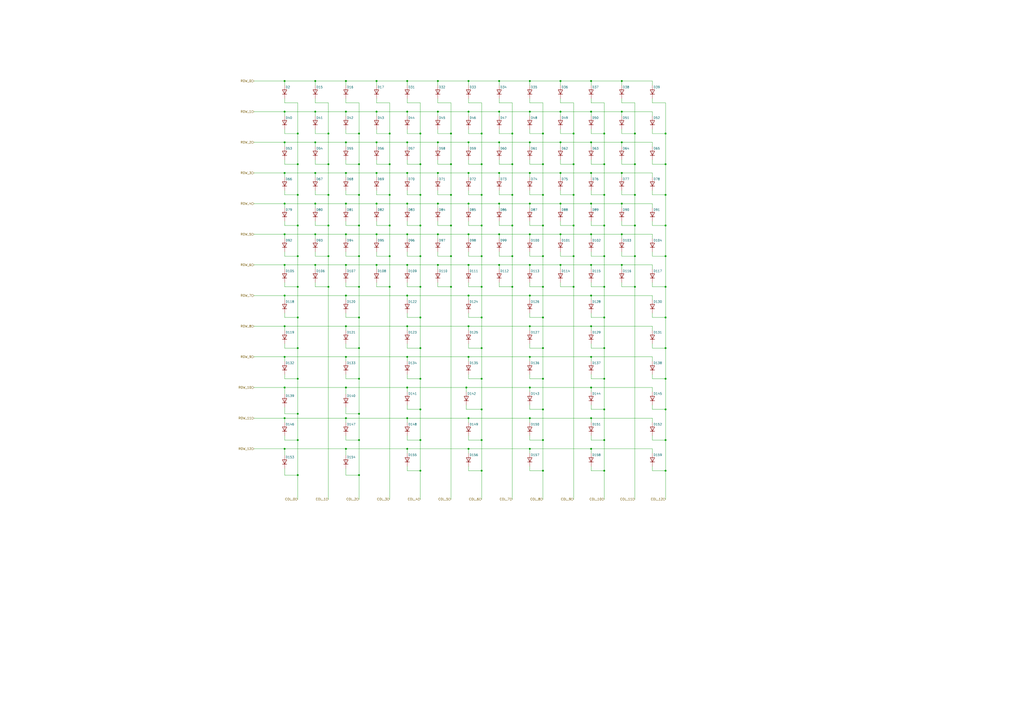
<source format=kicad_sch>
(kicad_sch (version 20231120) (generator "eeschema") (generator_version "8.0")
  (paper "A2")
  (title_block (title "Coil Matrix") (date "2024-07-28") (rev "0.1") (comment 1 "Jonas Stirnemann"))
  (junction (at 236.22 171.45))
  (junction (at 165.1 224.79))
  (junction (at 279.4 184.15))
  (junction (at 307.34 100.33))
  (junction (at 307.34 118.11))
  (junction (at 325.12 46.99))
  (junction (at 360.68 153.67))
  (junction (at 342.9 46.99))
  (junction (at 182.88 100.33))
  (junction (at 271.78 100.33))
  (junction (at 172.72 77.47))
  (junction (at 243.84 201.93))
  (junction (at 236.22 260.35))
  (junction (at 386.08 130.81))
  (junction (at 208.28 166.37))
  (junction (at 289.56 118.11))
  (junction (at 350.52 95.25))
  (junction (at 360.68 100.33))
  (junction (at 254 100.33))
  (junction (at 314.96 95.25))
  (junction (at 172.72 219.71))
  (junction (at 271.78 135.89))
  (junction (at 172.72 201.93))
  (junction (at 243.84 77.47))
  (junction (at 226.06 95.25))
  (junction (at 208.28 219.71))
  (junction (at 325.12 64.77))
  (junction (at 289.56 100.33))
  (junction (at 200.66 46.99))
  (junction (at 236.22 153.67))
  (junction (at 368.3 130.81))
  (junction (at 360.68 118.11))
  (junction (at 289.56 153.67))
  (junction (at 200.66 242.57))
  (junction (at 236.22 118.11))
  (junction (at 360.68 46.99))
  (junction (at 208.28 130.81))
  (junction (at 208.28 113.03))
  (junction (at 172.72 275.59))
  (junction (at 307.34 82.55))
  (junction (at 350.52 184.15))
  (junction (at 314.96 184.15))
  (junction (at 297.18 95.25))
  (junction (at 243.84 255.27))
  (junction (at 270.51 224.79))
  (junction (at 307.34 153.67))
  (junction (at 208.28 240.03))
  (junction (at 236.22 207.01))
  (junction (at 386.08 77.47))
  (junction (at 271.78 46.99))
  (junction (at 165.1 46.99))
  (junction (at 243.84 113.03))
  (junction (at 172.72 255.27))
  (junction (at 254 153.67))
  (junction (at 190.5 113.03))
  (junction (at 172.72 148.59))
  (junction (at 208.28 77.47))
  (junction (at 200.66 224.79))
  (junction (at 165.1 100.33))
  (junction (at 200.66 171.45))
  (junction (at 208.28 95.25))
  (junction (at 182.88 118.11))
  (junction (at 342.9 118.11))
  (junction (at 165.1 189.23))
  (junction (at 226.06 113.03))
  (junction (at 236.22 242.57))
  (junction (at 332.74 95.25))
  (junction (at 172.72 184.15))
  (junction (at 314.96 201.93))
  (junction (at 254 118.11))
  (junction (at 332.74 113.03))
  (junction (at 261.62 148.59))
  (junction (at 386.08 255.27))
  (junction (at 350.52 148.59))
  (junction (at 236.22 100.33))
  (junction (at 208.28 201.93))
  (junction (at 314.96 166.37))
  (junction (at 182.88 135.89))
  (junction (at 368.3 166.37))
  (junction (at 360.68 135.89))
  (junction (at 200.66 118.11))
  (junction (at 289.56 82.55))
  (junction (at 172.72 130.81))
  (junction (at 297.18 113.03))
  (junction (at 279.4 219.71))
  (junction (at 271.78 171.45))
  (junction (at 342.9 224.79))
  (junction (at 314.96 113.03))
  (junction (at 218.44 82.55))
  (junction (at 218.44 46.99))
  (junction (at 261.62 166.37))
  (junction (at 271.78 242.57))
  (junction (at 208.28 148.59))
  (junction (at 386.08 113.03))
  (junction (at 261.62 77.47))
  (junction (at 182.88 82.55))
  (junction (at 342.9 135.89))
  (junction (at 314.96 77.47))
  (junction (at 172.72 166.37))
  (junction (at 360.68 82.55))
  (junction (at 350.52 237.49))
  (junction (at 350.52 113.03))
  (junction (at 386.08 237.49))
  (junction (at 254 82.55))
  (junction (at 307.34 171.45))
  (junction (at 314.96 255.27))
  (junction (at 297.18 77.47))
  (junction (at 386.08 166.37))
  (junction (at 200.66 82.55))
  (junction (at 279.4 273.05))
  (junction (at 307.34 46.99))
  (junction (at 218.44 135.89))
  (junction (at 279.4 166.37))
  (junction (at 200.66 100.33))
  (junction (at 279.4 95.25))
  (junction (at 243.84 166.37))
  (junction (at 279.4 255.27))
  (junction (at 307.34 135.89))
  (junction (at 307.34 189.23))
  (junction (at 165.1 118.11))
  (junction (at 165.1 171.45))
  (junction (at 386.08 95.25))
  (junction (at 350.52 166.37))
  (junction (at 243.84 95.25))
  (junction (at 342.9 153.67))
  (junction (at 350.52 219.71))
  (junction (at 314.96 130.81))
  (junction (at 386.08 273.05))
  (junction (at 236.22 189.23))
  (junction (at 200.66 135.89))
  (junction (at 261.62 130.81))
  (junction (at 386.08 184.15))
  (junction (at 279.4 201.93))
  (junction (at 332.74 166.37))
  (junction (at 190.5 130.81))
  (junction (at 271.78 153.67))
  (junction (at 182.88 64.77))
  (junction (at 279.4 148.59))
  (junction (at 271.78 260.35))
  (junction (at 325.12 118.11))
  (junction (at 218.44 153.67))
  (junction (at 261.62 113.03))
  (junction (at 243.84 273.05))
  (junction (at 289.56 46.99))
  (junction (at 190.5 77.47))
  (junction (at 271.78 64.77))
  (junction (at 165.1 82.55))
  (junction (at 350.52 273.05))
  (junction (at 190.5 95.25))
  (junction (at 226.06 148.59))
  (junction (at 236.22 82.55))
  (junction (at 297.18 166.37))
  (junction (at 307.34 207.01))
  (junction (at 182.88 153.67))
  (junction (at 243.84 148.59))
  (junction (at 243.84 130.81))
  (junction (at 342.9 64.77))
  (junction (at 350.52 255.27))
  (junction (at 332.74 148.59))
  (junction (at 297.18 148.59))
  (junction (at 165.1 153.67))
  (junction (at 243.84 219.71))
  (junction (at 386.08 148.59))
  (junction (at 314.96 237.49))
  (junction (at 325.12 135.89))
  (junction (at 218.44 118.11))
  (junction (at 200.66 260.35))
  (junction (at 226.06 166.37))
  (junction (at 254 46.99))
  (junction (at 314.96 148.59))
  (junction (at 254 135.89))
  (junction (at 350.52 130.81))
  (junction (at 314.96 219.71))
  (junction (at 325.12 153.67))
  (junction (at 350.52 77.47))
  (junction (at 386.08 219.71))
  (junction (at 332.74 130.81))
  (junction (at 200.66 189.23))
  (junction (at 254 64.77))
  (junction (at 218.44 100.33))
  (junction (at 332.74 77.47))
  (junction (at 350.52 201.93))
  (junction (at 271.78 118.11))
  (junction (at 190.5 166.37))
  (junction (at 279.4 237.49))
  (junction (at 342.9 100.33))
  (junction (at 307.34 224.79))
  (junction (at 226.06 130.81))
  (junction (at 307.34 242.57))
  (junction (at 368.3 95.25))
  (junction (at 279.4 77.47))
  (junction (at 368.3 148.59))
  (junction (at 342.9 171.45))
  (junction (at 200.66 64.77))
  (junction (at 190.5 148.59))
  (junction (at 279.4 113.03))
  (junction (at 325.12 82.55))
  (junction (at 342.9 82.55))
  (junction (at 386.08 201.93))
  (junction (at 243.84 237.49))
  (junction (at 279.4 130.81))
  (junction (at 165.1 64.77))
  (junction (at 342.9 207.01))
  (junction (at 172.72 95.25))
  (junction (at 271.78 82.55))
  (junction (at 208.28 275.59))
  (junction (at 208.28 184.15))
  (junction (at 368.3 113.03))
  (junction (at 297.18 130.81))
  (junction (at 226.06 77.47))
  (junction (at 243.84 184.15))
  (junction (at 271.78 207.01))
  (junction (at 172.72 240.03))
  (junction (at 325.12 100.33))
  (junction (at 218.44 64.77))
  (junction (at 271.78 189.23))
  (junction (at 236.22 64.77))
  (junction (at 165.1 260.35))
  (junction (at 236.22 224.79))
  (junction (at 307.34 260.35))
  (junction (at 236.22 135.89))
  (junction (at 165.1 135.89))
  (junction (at 342.9 242.57))
  (junction (at 342.9 260.35))
  (junction (at 360.68 64.77))
  (junction (at 314.96 273.05))
  (junction (at 236.22 46.99))
  (junction (at 165.1 242.57))
  (junction (at 200.66 153.67))
  (junction (at 200.66 207.01))
  (junction (at 182.88 46.99))
  (junction (at 289.56 135.89))
  (junction (at 342.9 189.23))
  (junction (at 261.62 95.25))
  (junction (at 307.34 64.77))
  (junction (at 165.1 207.01))
  (junction (at 208.28 255.27))
  (junction (at 289.56 64.77))
  (junction (at 172.72 113.03))
  (junction (at 368.3 77.47))
  (wire (pts (xy 342.9 64.77) (xy 325.12 64.77)))
  (wire (pts (xy 236.22 191.77) (xy 236.22 189.23)))
  (wire (pts (xy 271.78 255.27) (xy 279.4 255.27)))
  (wire (pts (xy 270.51 224.79) (xy 270.51 227.33)))
  (wire (pts (xy 218.44 46.99) (xy 200.66 46.99)))
  (wire (pts (xy 325.12 59.69) (xy 332.74 59.69)))
  (wire (pts (xy 182.88 46.99) (xy 165.1 46.99)))
  (wire (pts (xy 200.66 260.35) (xy 200.66 264.16)))
  (wire (pts (xy 325.12 113.03) (xy 332.74 113.03)))
  (wire (pts (xy 342.9 166.37) (xy 350.52 166.37)))
  (wire (pts (xy 332.74 166.37) (xy 332.74 289.56)))
  (wire (pts (xy 261.62 77.47) (xy 261.62 95.25)))
  (wire (pts (xy 254 100.33) (xy 236.22 100.33)))
  (wire (pts (xy 243.84 237.49) (xy 243.84 255.27)))
  (wire (pts (xy 279.4 273.05) (xy 279.4 289.56)))
  (wire (pts (xy 279.4 77.47) (xy 279.4 95.25)))
  (wire (pts (xy 218.44 64.77) (xy 200.66 64.77)))
  (wire (pts (xy 200.66 260.35) (xy 236.22 260.35)))
  (wire (pts (xy 342.9 260.35) (xy 378.46 260.35)))
  (wire (pts (xy 271.78 130.81) (xy 279.4 130.81)))
  (wire (pts (xy 236.22 224.79) (xy 236.22 227.33)))
  (wire (pts (xy 325.12 153.67) (xy 307.34 153.67)))
  (wire (pts (xy 236.22 252.73) (xy 236.22 255.27)))
  (wire (pts (xy 200.66 242.57) (xy 236.22 242.57)))
  (wire (pts (xy 218.44 100.33) (xy 200.66 100.33)))
  (wire (pts (xy 307.34 82.55) (xy 289.56 82.55)))
  (wire (pts (xy 378.46 234.95) (xy 378.46 237.49)))
  (wire (pts (xy 378.46 252.73) (xy 378.46 255.27)))
  (wire (pts (xy 307.34 260.35) (xy 342.9 260.35)))
  (wire (pts (xy 307.34 110.49) (xy 307.34 113.03)))
  (wire (pts (xy 182.88 57.15) (xy 182.88 59.69)))
  (wire (pts (xy 254 120.65) (xy 254 118.11)))
  (wire (pts (xy 200.66 130.81) (xy 208.28 130.81)))
  (wire (pts (xy 378.46 113.03) (xy 386.08 113.03)))
  (wire (pts (xy 200.66 173.99) (xy 200.66 171.45)))
  (wire (pts (xy 271.78 59.69) (xy 279.4 59.69)))
  (wire (pts (xy 236.22 199.39) (xy 236.22 201.93)))
  (wire (pts (xy 254 57.15) (xy 254 59.69)))
  (wire (pts (xy 271.78 77.47) (xy 279.4 77.47)))
  (wire (pts (xy 378.46 163.83) (xy 378.46 166.37)))
  (wire (pts (xy 307.34 85.09) (xy 307.34 82.55)))
  (wire (pts (xy 307.34 102.87) (xy 307.34 100.33)))
  (wire (pts (xy 165.1 199.39) (xy 165.1 201.93)))
  (wire (pts (xy 332.74 59.69) (xy 332.74 77.47)))
  (wire (pts (xy 289.56 77.47) (xy 297.18 77.47)))
  (wire (pts (xy 350.52 273.05) (xy 350.52 289.56)))
  (wire (pts (xy 368.3 148.59) (xy 368.3 166.37)))
  (wire (pts (xy 208.28 148.59) (xy 208.28 166.37)))
  (wire (pts (xy 208.28 59.69) (xy 208.28 77.47)))
  (wire (pts (xy 236.22 49.53) (xy 236.22 46.99)))
  (wire (pts (xy 226.06 130.81) (xy 226.06 148.59)))
  (wire (pts (xy 360.68 59.69) (xy 368.3 59.69)))
  (wire (pts (xy 289.56 146.05) (xy 289.56 148.59)))
  (wire (pts (xy 271.78 113.03) (xy 279.4 113.03)))
  (wire (pts (xy 342.9 120.65) (xy 342.9 118.11)))
  (wire (pts (xy 165.1 173.99) (xy 165.1 171.45)))
  (wire (pts (xy 165.1 49.53) (xy 165.1 46.99)))
  (wire (pts (xy 271.78 92.71) (xy 271.78 95.25)))
  (wire (pts (xy 243.84 77.47) (xy 243.84 95.25)))
  (wire (pts (xy 307.34 113.03) (xy 314.96 113.03)))
  (wire (pts (xy 378.46 138.43) (xy 378.46 135.89)))
  (wire (pts (xy 342.9 207.01) (xy 378.46 207.01)))
  (wire (pts (xy 386.08 95.25) (xy 386.08 113.03)))
  (wire (pts (xy 378.46 166.37) (xy 386.08 166.37)))
  (wire (pts (xy 342.9 255.27) (xy 350.52 255.27)))
  (wire (pts (xy 165.1 242.57) (xy 147.32 242.57)))
  (wire (pts (xy 243.84 166.37) (xy 243.84 184.15)))
  (wire (pts (xy 342.9 191.77) (xy 342.9 189.23)))
  (wire (pts (xy 261.62 95.25) (xy 261.62 113.03)))
  (wire (pts (xy 261.62 59.69) (xy 261.62 77.47)))
  (wire (pts (xy 254 46.99) (xy 236.22 46.99)))
  (wire (pts (xy 236.22 209.55) (xy 236.22 207.01)))
  (wire (pts (xy 254 146.05) (xy 254 148.59)))
  (wire (pts (xy 200.66 255.27) (xy 208.28 255.27)))
  (wire (pts (xy 172.72 166.37) (xy 172.72 184.15)))
  (wire (pts (xy 378.46 209.55) (xy 378.46 207.01)))
  (wire (pts (xy 314.96 166.37) (xy 314.96 184.15)))
  (wire (pts (xy 271.78 252.73) (xy 271.78 255.27)))
  (wire (pts (xy 342.9 163.83) (xy 342.9 166.37)))
  (wire (pts (xy 218.44 92.71) (xy 218.44 95.25)))
  (wire (pts (xy 236.22 201.93) (xy 243.84 201.93)))
  (wire (pts (xy 368.3 130.81) (xy 368.3 148.59)))
  (wire (pts (xy 165.1 120.65) (xy 165.1 118.11)))
  (wire (pts (xy 342.9 110.49) (xy 342.9 113.03)))
  (wire (pts (xy 289.56 148.59) (xy 297.18 148.59)))
  (wire (pts (xy 271.78 260.35) (xy 307.34 260.35)))
  (wire (pts (xy 165.1 191.77) (xy 165.1 189.23)))
  (wire (pts (xy 172.72 59.69) (xy 172.72 77.47)))
  (wire (pts (xy 378.46 49.53) (xy 378.46 46.99)))
  (wire (pts (xy 271.78 148.59) (xy 279.4 148.59)))
  (wire (pts (xy 350.52 130.81) (xy 350.52 148.59)))
  (wire (pts (xy 172.72 95.25) (xy 172.72 113.03)))
  (wire (pts (xy 342.9 209.55) (xy 342.9 207.01)))
  (wire (pts (xy 218.44 163.83) (xy 218.44 166.37)))
  (wire (pts (xy 332.74 113.03) (xy 332.74 130.81)))
  (wire (pts (xy 165.1 219.71) (xy 172.72 219.71)))
  (wire (pts (xy 165.1 110.49) (xy 165.1 113.03)))
  (wire (pts (xy 236.22 130.81) (xy 243.84 130.81)))
  (wire (pts (xy 165.1 271.78) (xy 165.1 275.59)))
  (wire (pts (xy 165.1 171.45) (xy 147.32 171.45)))
  (wire (pts (xy 182.88 148.59) (xy 190.5 148.59)))
  (wire (pts (xy 243.84 184.15) (xy 243.84 201.93)))
  (wire (pts (xy 172.72 219.71) (xy 172.72 240.03)))
  (wire (pts (xy 342.9 77.47) (xy 350.52 77.47)))
  (wire (pts (xy 182.88 135.89) (xy 165.1 135.89)))
  (wire (pts (xy 165.1 128.27) (xy 165.1 130.81)))
  (wire (pts (xy 200.66 166.37) (xy 208.28 166.37)))
  (wire (pts (xy 218.44 128.27) (xy 218.44 130.81)))
  (wire (pts (xy 165.1 224.79) (xy 165.1 228.6)))
  (wire (pts (xy 200.66 245.11) (xy 200.66 242.57)))
  (wire (pts (xy 271.78 57.15) (xy 271.78 59.69)))
  (wire (pts (xy 307.34 146.05) (xy 307.34 148.59)))
  (wire (pts (xy 226.06 166.37) (xy 226.06 289.56)))
  (wire (pts (xy 360.68 64.77) (xy 342.9 64.77)))
  (wire (pts (xy 200.66 77.47) (xy 208.28 77.47)))
  (wire (pts (xy 378.46 118.11) (xy 360.68 118.11)))
  (wire (pts (xy 236.22 67.31) (xy 236.22 64.77)))
  (wire (pts (xy 360.68 135.89) (xy 342.9 135.89)))
  (wire (pts (xy 360.68 110.49) (xy 360.68 113.03)))
  (wire (pts (xy 200.66 92.71) (xy 200.66 95.25)))
  (wire (pts (xy 289.56 49.53) (xy 289.56 46.99)))
  (wire (pts (xy 271.78 171.45) (xy 307.34 171.45)))
  (wire (pts (xy 378.46 95.25) (xy 386.08 95.25)))
  (wire (pts (xy 208.28 77.47) (xy 208.28 95.25)))
  (wire (pts (xy 307.34 224.79) (xy 307.34 227.33)))
  (wire (pts (xy 200.66 219.71) (xy 208.28 219.71)))
  (wire (pts (xy 182.88 166.37) (xy 190.5 166.37)))
  (wire (pts (xy 342.9 135.89) (xy 325.12 135.89)))
  (wire (pts (xy 342.9 46.99) (xy 325.12 46.99)))
  (wire (pts (xy 350.52 166.37) (xy 350.52 184.15)))
  (wire (pts (xy 236.22 74.93) (xy 236.22 77.47)))
  (wire (pts (xy 332.74 95.25) (xy 332.74 113.03)))
  (wire (pts (xy 200.66 148.59) (xy 208.28 148.59)))
  (wire (pts (xy 165.1 184.15) (xy 172.72 184.15)))
  (wire (pts (xy 218.44 59.69) (xy 226.06 59.69)))
  (wire (pts (xy 270.51 237.49) (xy 279.4 237.49)))
  (wire (pts (xy 289.56 59.69) (xy 297.18 59.69)))
  (wire (pts (xy 236.22 135.89) (xy 218.44 135.89)))
  (wire (pts (xy 271.78 181.61) (xy 271.78 184.15)))
  (wire (pts (xy 182.88 146.05) (xy 182.88 148.59)))
  (wire (pts (xy 307.34 260.35) (xy 307.34 262.89)))
  (wire (pts (xy 350.52 148.59) (xy 350.52 166.37)))
  (wire (pts (xy 307.34 181.61) (xy 307.34 184.15)))
  (wire (pts (xy 342.9 49.53) (xy 342.9 46.99)))
  (wire (pts (xy 208.28 113.03) (xy 208.28 130.81)))
  (wire (pts (xy 200.66 67.31) (xy 200.66 64.77)))
  (wire (pts (xy 236.22 217.17) (xy 236.22 219.71)))
  (wire (pts (xy 236.22 118.11) (xy 218.44 118.11)))
  (wire (pts (xy 165.1 224.79) (xy 200.66 224.79)))
  (wire (pts (xy 218.44 118.11) (xy 200.66 118.11)))
  (wire (pts (xy 200.66 85.09) (xy 200.66 82.55)))
  (wire (pts (xy 165.1 189.23) (xy 147.32 189.23)))
  (wire (pts (xy 254 110.49) (xy 254 113.03)))
  (wire (pts (xy 378.46 128.27) (xy 378.46 130.81)))
  (wire (pts (xy 182.88 49.53) (xy 182.88 46.99)))
  (wire (pts (xy 289.56 82.55) (xy 271.78 82.55)))
  (wire (pts (xy 307.34 163.83) (xy 307.34 166.37)))
  (wire (pts (xy 236.22 146.05) (xy 236.22 148.59)))
  (wire (pts (xy 182.88 128.27) (xy 182.88 130.81)))
  (wire (pts (xy 360.68 146.05) (xy 360.68 148.59)))
  (wire (pts (xy 386.08 113.03) (xy 386.08 130.81)))
  (wire (pts (xy 236.22 57.15) (xy 236.22 59.69)))
  (wire (pts (xy 307.34 237.49) (xy 314.96 237.49)))
  (wire (pts (xy 165.1 100.33) (xy 147.32 100.33)))
  (wire (pts (xy 200.66 118.11) (xy 182.88 118.11)))
  (wire (pts (xy 254 82.55) (xy 236.22 82.55)))
  (wire (pts (xy 314.96 113.03) (xy 314.96 130.81)))
  (wire (pts (xy 360.68 74.93) (xy 360.68 77.47)))
  (wire (pts (xy 254 95.25) (xy 261.62 95.25)))
  (wire (pts (xy 289.56 92.71) (xy 289.56 95.25)))
  (wire (pts (xy 271.78 207.01) (xy 307.34 207.01)))
  (wire (pts (xy 342.9 171.45) (xy 378.46 171.45)))
  (wire (pts (xy 254 138.43) (xy 254 135.89)))
  (wire (pts (xy 279.4 113.03) (xy 279.4 130.81)))
  (wire (pts (xy 342.9 252.73) (xy 342.9 255.27)))
  (wire (pts (xy 271.78 64.77) (xy 254 64.77)))
  (wire (pts (xy 261.62 113.03) (xy 261.62 130.81)))
  (wire (pts (xy 342.9 100.33) (xy 325.12 100.33)))
  (wire (pts (xy 368.3 95.25) (xy 368.3 113.03)))
  (wire (pts (xy 271.78 199.39) (xy 271.78 201.93)))
  (wire (pts (xy 342.9 138.43) (xy 342.9 135.89)))
  (wire (pts (xy 271.78 110.49) (xy 271.78 113.03)))
  (wire (pts (xy 208.28 255.27) (xy 208.28 275.59)))
  (wire (pts (xy 271.78 74.93) (xy 271.78 77.47)))
  (wire (pts (xy 200.66 64.77) (xy 182.88 64.77)))
  (wire (pts (xy 342.9 92.71) (xy 342.9 95.25)))
  (wire (pts (xy 236.22 273.05) (xy 243.84 273.05)))
  (wire (pts (xy 378.46 173.99) (xy 378.46 171.45)))
  (wire (pts (xy 342.9 199.39) (xy 342.9 201.93)))
  (wire (pts (xy 325.12 146.05) (xy 325.12 148.59)))
  (wire (pts (xy 236.22 110.49) (xy 236.22 113.03)))
  (wire (pts (xy 307.34 219.71) (xy 314.96 219.71)))
  (wire (pts (xy 218.44 82.55) (xy 200.66 82.55)))
  (wire (pts (xy 325.12 118.11) (xy 307.34 118.11)))
  (wire (pts (xy 165.1 118.11) (xy 147.32 118.11)))
  (wire (pts (xy 342.9 184.15) (xy 350.52 184.15)))
  (wire (pts (xy 165.1 67.31) (xy 165.1 64.77)))
  (wire (pts (xy 314.96 95.25) (xy 314.96 113.03)))
  (wire (pts (xy 200.66 156.21) (xy 200.66 153.67)))
  (wire (pts (xy 307.34 273.05) (xy 314.96 273.05)))
  (wire (pts (xy 289.56 64.77) (xy 271.78 64.77)))
  (wire (pts (xy 289.56 156.21) (xy 289.56 153.67)))
  (wire (pts (xy 218.44 113.03) (xy 226.06 113.03)))
  (wire (pts (xy 254 118.11) (xy 236.22 118.11)))
  (wire (pts (xy 165.1 242.57) (xy 200.66 242.57)))
  (wire (pts (xy 147.32 260.35) (xy 165.1 260.35)))
  (wire (pts (xy 165.1 189.23) (xy 200.66 189.23)))
  (wire (pts (xy 350.52 184.15) (xy 350.52 201.93)))
  (wire (pts (xy 271.78 166.37) (xy 279.4 166.37)))
  (wire (pts (xy 342.9 95.25) (xy 350.52 95.25)))
  (wire (pts (xy 378.46 77.47) (xy 386.08 77.47)))
  (wire (pts (xy 325.12 130.81) (xy 332.74 130.81)))
  (wire (pts (xy 378.46 59.69) (xy 386.08 59.69)))
  (wire (pts (xy 182.88 59.69) (xy 190.5 59.69)))
  (wire (pts (xy 172.72 201.93) (xy 172.72 219.71)))
  (wire (pts (xy 307.34 57.15) (xy 307.34 59.69)))
  (wire (pts (xy 378.46 148.59) (xy 386.08 148.59)))
  (wire (pts (xy 165.1 201.93) (xy 172.72 201.93)))
  (wire (pts (xy 378.46 260.35) (xy 378.46 262.89)))
  (wire (pts (xy 289.56 74.93) (xy 289.56 77.47)))
  (wire (pts (xy 360.68 82.55) (xy 342.9 82.55)))
  (wire (pts (xy 172.72 240.03) (xy 172.72 255.27)))
  (wire (pts (xy 200.66 181.61) (xy 200.66 184.15)))
  (wire (pts (xy 307.34 135.89) (xy 289.56 135.89)))
  (wire (pts (xy 342.9 237.49) (xy 350.52 237.49)))
  (wire (pts (xy 236.22 219.71) (xy 243.84 219.71)))
  (wire (pts (xy 271.78 217.17) (xy 271.78 219.71)))
  (wire (pts (xy 271.78 189.23) (xy 307.34 189.23)))
  (wire (pts (xy 271.78 270.51) (xy 271.78 273.05)))
  (wire (pts (xy 165.1 138.43) (xy 165.1 135.89)))
  (wire (pts (xy 271.78 153.67) (xy 254 153.67)))
  (wire (pts (xy 200.66 224.79) (xy 236.22 224.79)))
  (wire (pts (xy 386.08 273.05) (xy 386.08 289.56)))
  (wire (pts (xy 368.3 113.03) (xy 368.3 130.81)))
  (wire (pts (xy 271.78 138.43) (xy 271.78 135.89)))
  (wire (pts (xy 386.08 130.81) (xy 386.08 148.59)))
  (wire (pts (xy 360.68 92.71) (xy 360.68 95.25)))
  (wire (pts (xy 297.18 59.69) (xy 297.18 77.47)))
  (wire (pts (xy 165.1 245.11) (xy 165.1 242.57)))
  (wire (pts (xy 200.66 236.22) (xy 200.66 240.03)))
  (wire (pts (xy 307.34 209.55) (xy 307.34 207.01)))
  (wire (pts (xy 307.34 77.47) (xy 314.96 77.47)))
  (wire (pts (xy 307.34 224.79) (xy 342.9 224.79)))
  (wire (pts (xy 200.66 59.69) (xy 208.28 59.69)))
  (wire (pts (xy 325.12 85.09) (xy 325.12 82.55)))
  (wire (pts (xy 360.68 46.99) (xy 342.9 46.99)))
  (wire (pts (xy 332.74 77.47) (xy 332.74 95.25)))
  (wire (pts (xy 200.66 113.03) (xy 208.28 113.03)))
  (wire (pts (xy 279.4 219.71) (xy 279.4 237.49)))
  (wire (pts (xy 325.12 163.83) (xy 325.12 166.37)))
  (wire (pts (xy 218.44 135.89) (xy 200.66 135.89)))
  (wire (pts (xy 271.78 128.27) (xy 271.78 130.81)))
  (wire (pts (xy 165.1 146.05) (xy 165.1 148.59)))
  (wire (pts (xy 236.22 113.03) (xy 243.84 113.03)))
  (wire (pts (xy 165.1 163.83) (xy 165.1 166.37)))
  (wire (pts (xy 182.88 156.21) (xy 182.88 153.67)))
  (wire (pts (xy 182.88 163.83) (xy 182.88 166.37)))
  (wire (pts (xy 360.68 156.21) (xy 360.68 153.67)))
  (wire (pts (xy 279.4 130.81) (xy 279.4 148.59)))
  (wire (pts (xy 342.9 156.21) (xy 342.9 153.67)))
  (wire (pts (xy 271.78 118.11) (xy 254 118.11)))
  (wire (pts (xy 378.46 201.93) (xy 386.08 201.93)))
  (wire (pts (xy 325.12 57.15) (xy 325.12 59.69)))
  (wire (pts (xy 289.56 128.27) (xy 289.56 130.81)))
  (wire (pts (xy 342.9 189.23) (xy 378.46 189.23)))
  (wire (pts (xy 307.34 92.71) (xy 307.34 95.25)))
  (wire (pts (xy 271.78 260.35) (xy 271.78 262.89)))
  (wire (pts (xy 165.1 64.77) (xy 147.32 64.77)))
  (wire (pts (xy 342.9 245.11) (xy 342.9 242.57)))
  (wire (pts (xy 218.44 110.49) (xy 218.44 113.03)))
  (wire (pts (xy 208.28 240.03) (xy 208.28 255.27)))
  (wire (pts (xy 342.9 270.51) (xy 342.9 273.05)))
  (wire (pts (xy 243.84 201.93) (xy 243.84 219.71)))
  (wire (pts (xy 172.72 148.59) (xy 172.72 166.37)))
  (wire (pts (xy 342.9 146.05) (xy 342.9 148.59)))
  (wire (pts (xy 342.9 128.27) (xy 342.9 130.81)))
  (wire (pts (xy 279.4 95.25) (xy 279.4 113.03)))
  (wire (pts (xy 236.22 64.77) (xy 218.44 64.77)))
  (wire (pts (xy 307.34 153.67) (xy 289.56 153.67)))
  (wire (pts (xy 378.46 82.55) (xy 360.68 82.55)))
  (wire (pts (xy 271.78 46.99) (xy 254 46.99)))
  (wire (pts (xy 297.18 148.59) (xy 297.18 166.37)))
  (wire (pts (xy 165.1 166.37) (xy 172.72 166.37)))
  (wire (pts (xy 271.78 146.05) (xy 271.78 148.59)))
  (wire (pts (xy 307.34 120.65) (xy 307.34 118.11)))
  (wire (pts (xy 218.44 102.87) (xy 218.44 100.33)))
  (wire (pts (xy 378.46 156.21) (xy 378.46 153.67)))
  (wire (pts (xy 342.9 153.67) (xy 325.12 153.67)))
  (wire (pts (xy 350.52 201.93) (xy 350.52 219.71)))
  (wire (pts (xy 342.9 82.55) (xy 325.12 82.55)))
  (wire (pts (xy 386.08 59.69) (xy 386.08 77.47)))
  (wire (pts (xy 314.96 219.71) (xy 314.96 237.49)))
  (wire (pts (xy 200.66 153.67) (xy 182.88 153.67)))
  (wire (pts (xy 325.12 135.89) (xy 307.34 135.89)))
  (wire (pts (xy 226.06 77.47) (xy 226.06 95.25)))
  (wire (pts (xy 218.44 153.67) (xy 200.66 153.67)))
  (wire (pts (xy 289.56 57.15) (xy 289.56 59.69)))
  (wire (pts (xy 342.9 217.17) (xy 342.9 219.71)))
  (wire (pts (xy 314.96 77.47) (xy 314.96 95.25)))
  (wire (pts (xy 279.4 255.27) (xy 279.4 273.05)))
  (wire (pts (xy 360.68 57.15) (xy 360.68 59.69)))
  (wire (pts (xy 236.22 166.37) (xy 243.84 166.37)))
  (wire (pts (xy 289.56 120.65) (xy 289.56 118.11)))
  (wire (pts (xy 200.66 49.53) (xy 200.66 46.99)))
  (wire (pts (xy 165.1 148.59) (xy 172.72 148.59)))
  (wire (pts (xy 350.52 77.47) (xy 350.52 95.25)))
  (wire (pts (xy 236.22 59.69) (xy 243.84 59.69)))
  (wire (pts (xy 200.66 252.73) (xy 200.66 255.27)))
  (wire (pts (xy 165.1 171.45) (xy 200.66 171.45)))
  (wire (pts (xy 342.9 234.95) (xy 342.9 237.49)))
  (wire (pts (xy 307.34 74.93) (xy 307.34 77.47)))
  (wire (pts (xy 350.52 113.03) (xy 350.52 130.81)))
  (wire (pts (xy 289.56 118.11) (xy 271.78 118.11)))
  (wire (pts (xy 307.34 207.01) (xy 342.9 207.01)))
  (wire (pts (xy 165.1 82.55) (xy 147.32 82.55)))
  (wire (pts (xy 236.22 120.65) (xy 236.22 118.11)))
  (wire (pts (xy 279.4 166.37) (xy 279.4 184.15)))
  (wire (pts (xy 325.12 95.25) (xy 332.74 95.25)))
  (wire (pts (xy 165.1 153.67) (xy 147.32 153.67)))
  (wire (pts (xy 307.34 156.21) (xy 307.34 153.67)))
  (wire (pts (xy 200.66 74.93) (xy 200.66 77.47)))
  (wire (pts (xy 165.1 92.71) (xy 165.1 95.25)))
  (wire (pts (xy 236.22 153.67) (xy 218.44 153.67)))
  (wire (pts (xy 342.9 113.03) (xy 350.52 113.03)))
  (wire (pts (xy 254 74.93) (xy 254 77.47)))
  (wire (pts (xy 279.4 184.15) (xy 279.4 201.93)))
  (wire (pts (xy 254 77.47) (xy 261.62 77.47)))
  (wire (pts (xy 218.44 156.21) (xy 218.44 153.67)))
  (wire (pts (xy 226.06 59.69) (xy 226.06 77.47)))
  (wire (pts (xy 271.78 85.09) (xy 271.78 82.55)))
  (wire (pts (xy 360.68 100.33) (xy 342.9 100.33)))
  (wire (pts (xy 236.22 234.95) (xy 236.22 237.49)))
  (wire (pts (xy 307.34 252.73) (xy 307.34 255.27)))
  (wire (pts (xy 289.56 163.83) (xy 289.56 166.37)))
  (wire (pts (xy 378.46 184.15) (xy 386.08 184.15)))
  (wire (pts (xy 342.9 102.87) (xy 342.9 100.33)))
  (wire (pts (xy 254 163.83) (xy 254 166.37)))
  (wire (pts (xy 271.78 245.11) (xy 271.78 242.57)))
  (wire (pts (xy 350.52 59.69) (xy 350.52 77.47)))
  (wire (pts (xy 236.22 85.09) (xy 236.22 82.55)))
  (wire (pts (xy 307.34 166.37) (xy 314.96 166.37)))
  (wire (pts (xy 386.08 255.27) (xy 386.08 273.05)))
  (wire (pts (xy 325.12 166.37) (xy 332.74 166.37)))
  (wire (pts (xy 165.1 275.59) (xy 172.72 275.59)))
  (wire (pts (xy 243.84 95.25) (xy 243.84 113.03)))
  (wire (pts (xy 200.66 138.43) (xy 200.66 135.89)))
  (wire (pts (xy 208.28 130.81) (xy 208.28 148.59)))
  (wire (pts (xy 342.9 219.71) (xy 350.52 219.71)))
  (wire (pts (xy 218.44 166.37) (xy 226.06 166.37)))
  (wire (pts (xy 182.88 153.67) (xy 165.1 153.67)))
  (wire (pts (xy 332.74 130.81) (xy 332.74 148.59)))
  (wire (pts (xy 378.46 67.31) (xy 378.46 64.77)))
  (wire (pts (xy 289.56 100.33) (xy 271.78 100.33)))
  (wire (pts (xy 254 59.69) (xy 261.62 59.69)))
  (wire (pts (xy 360.68 153.67) (xy 342.9 153.67)))
  (wire (pts (xy 378.46 102.87) (xy 378.46 100.33)))
  (wire (pts (xy 236.22 260.35) (xy 236.22 262.89)))
  (wire (pts (xy 254 113.03) (xy 261.62 113.03)))
  (wire (pts (xy 289.56 85.09) (xy 289.56 82.55)))
  (wire (pts (xy 254 85.09) (xy 254 82.55)))
  (wire (pts (xy 378.46 237.49) (xy 386.08 237.49)))
  (wire (pts (xy 307.34 184.15) (xy 314.96 184.15)))
  (wire (pts (xy 271.78 135.89) (xy 254 135.89)))
  (wire (pts (xy 297.18 77.47) (xy 297.18 95.25)))
  (wire (pts (xy 307.34 130.81) (xy 314.96 130.81)))
  (wire (pts (xy 297.18 113.03) (xy 297.18 130.81)))
  (wire (pts (xy 243.84 273.05) (xy 243.84 289.56)))
  (wire (pts (xy 360.68 49.53) (xy 360.68 46.99)))
  (wire (pts (xy 165.1 207.01) (xy 147.32 207.01)))
  (wire (pts (xy 325.12 138.43) (xy 325.12 135.89)))
  (wire (pts (xy 271.78 67.31) (xy 271.78 64.77)))
  (wire (pts (xy 386.08 201.93) (xy 386.08 219.71)))
  (wire (pts (xy 200.66 275.59) (xy 208.28 275.59)))
  (wire (pts (xy 208.28 275.59) (xy 208.28 289.56)))
  (wire (pts (xy 261.62 130.81) (xy 261.62 148.59)))
  (wire (pts (xy 342.9 260.35) (xy 342.9 262.89)))
  (wire (pts (xy 307.34 270.51) (xy 307.34 273.05)))
  (wire (pts (xy 200.66 217.17) (xy 200.66 219.71)))
  (wire (pts (xy 360.68 85.09) (xy 360.68 82.55)))
  (wire (pts (xy 182.88 100.33) (xy 165.1 100.33)))
  (wire (pts (xy 165.1 217.17) (xy 165.1 219.71)))
  (wire (pts (xy 289.56 46.99) (xy 271.78 46.99)))
  (wire (pts (xy 314.96 237.49) (xy 314.96 255.27)))
  (wire (pts (xy 200.66 207.01) (xy 236.22 207.01)))
  (wire (pts (xy 307.34 95.25) (xy 314.96 95.25)))
  (wire (pts (xy 360.68 113.03) (xy 368.3 113.03)))
  (wire (pts (xy 243.84 219.71) (xy 243.84 237.49)))
  (wire (pts (xy 165.1 236.22) (xy 165.1 240.03)))
  (wire (pts (xy 271.78 173.99) (xy 271.78 171.45)))
  (wire (pts (xy 243.84 148.59) (xy 243.84 166.37)))
  (wire (pts (xy 342.9 85.09) (xy 342.9 82.55)))
  (wire (pts (xy 279.4 148.59) (xy 279.4 166.37)))
  (wire (pts (xy 200.66 146.05) (xy 200.66 148.59)))
  (wire (pts (xy 342.9 224.79) (xy 342.9 227.33)))
  (wire (pts (xy 378.46 255.27) (xy 386.08 255.27)))
  (wire (pts (xy 226.06 148.59) (xy 226.06 166.37)))
  (wire (pts (xy 182.88 102.87) (xy 182.88 100.33)))
  (wire (pts (xy 307.34 64.77) (xy 289.56 64.77)))
  (wire (pts (xy 236.22 245.11) (xy 236.22 242.57)))
  (wire (pts (xy 325.12 49.53) (xy 325.12 46.99)))
  (wire (pts (xy 289.56 166.37) (xy 297.18 166.37)))
  (wire (pts (xy 254 130.81) (xy 261.62 130.81)))
  (wire (pts (xy 236.22 148.59) (xy 243.84 148.59)))
  (wire (pts (xy 360.68 118.11) (xy 342.9 118.11)))
  (wire (pts (xy 200.66 120.65) (xy 200.66 118.11)))
  (wire (pts (xy 218.44 130.81) (xy 226.06 130.81)))
  (wire (pts (xy 147.32 224.79) (xy 165.1 224.79)))
  (wire (pts (xy 165.1 113.03) (xy 172.72 113.03)))
  (wire (pts (xy 378.46 120.65) (xy 378.46 118.11)))
  (wire (pts (xy 236.22 171.45) (xy 271.78 171.45)))
  (wire (pts (xy 342.9 273.05) (xy 350.52 273.05)))
  (wire (pts (xy 297.18 166.37) (xy 297.18 289.56)))
  (wire (pts (xy 270.51 224.79) (xy 307.34 224.79)))
  (wire (pts (xy 243.84 130.81) (xy 243.84 148.59)))
  (wire (pts (xy 271.78 120.65) (xy 271.78 118.11)))
  (wire (pts (xy 360.68 77.47) (xy 368.3 77.47)))
  (wire (pts (xy 200.66 102.87) (xy 200.66 100.33)))
  (wire (pts (xy 182.88 113.03) (xy 190.5 113.03)))
  (wire (pts (xy 172.72 184.15) (xy 172.72 201.93)))
  (wire (pts (xy 325.12 82.55) (xy 307.34 82.55)))
  (wire (pts (xy 218.44 49.53) (xy 218.44 46.99)))
  (wire (pts (xy 165.1 59.69) (xy 172.72 59.69)))
  (wire (pts (xy 289.56 138.43) (xy 289.56 135.89)))
  (wire (pts (xy 368.3 166.37) (xy 368.3 289.56)))
  (wire (pts (xy 378.46 74.93) (xy 378.46 77.47)))
  (wire (pts (xy 165.1 46.99) (xy 147.32 46.99)))
  (wire (pts (xy 360.68 120.65) (xy 360.68 118.11)))
  (wire (pts (xy 218.44 120.65) (xy 218.44 118.11)))
  (wire (pts (xy 307.34 242.57) (xy 342.9 242.57)))
  (wire (pts (xy 342.9 67.31) (xy 342.9 64.77)))
  (wire (pts (xy 254 64.77) (xy 236.22 64.77)))
  (wire (pts (xy 236.22 173.99) (xy 236.22 171.45)))
  (wire (pts (xy 254 92.71) (xy 254 95.25)))
  (wire (pts (xy 314.96 59.69) (xy 314.96 77.47)))
  (wire (pts (xy 297.18 95.25) (xy 297.18 113.03)))
  (wire (pts (xy 289.56 95.25) (xy 297.18 95.25)))
  (wire (pts (xy 342.9 242.57) (xy 378.46 242.57)))
  (wire (pts (xy 190.5 130.81) (xy 190.5 148.59)))
  (wire (pts (xy 182.88 74.93) (xy 182.88 77.47)))
  (wire (pts (xy 236.22 224.79) (xy 270.51 224.79)))
  (wire (pts (xy 271.78 49.53) (xy 271.78 46.99)))
  (wire (pts (xy 236.22 189.23) (xy 271.78 189.23)))
  (wire (pts (xy 314.96 201.93) (xy 314.96 219.71)))
  (wire (pts (xy 271.78 209.55) (xy 271.78 207.01)))
  (wire (pts (xy 325.12 128.27) (xy 325.12 130.81)))
  (wire (pts (xy 325.12 77.47) (xy 332.74 77.47)))
  (wire (pts (xy 236.22 128.27) (xy 236.22 130.81)))
  (wire (pts (xy 360.68 138.43) (xy 360.68 135.89)))
  (wire (pts (xy 200.66 224.79) (xy 200.66 228.6)))
  (wire (pts (xy 314.96 184.15) (xy 314.96 201.93)))
  (wire (pts (xy 218.44 148.59) (xy 226.06 148.59)))
  (wire (pts (xy 378.46 217.17) (xy 378.46 219.71)))
  (wire (pts (xy 378.46 57.15) (xy 378.46 59.69)))
  (wire (pts (xy 182.88 118.11) (xy 165.1 118.11)))
  (wire (pts (xy 236.22 181.61) (xy 236.22 184.15)))
  (wire (pts (xy 325.12 102.87) (xy 325.12 100.33)))
  (wire (pts (xy 378.46 146.05) (xy 378.46 148.59)))
  (wire (pts (xy 200.66 184.15) (xy 208.28 184.15)))
  (wire (pts (xy 386.08 166.37) (xy 386.08 184.15)))
  (wire (pts (xy 200.66 57.15) (xy 200.66 59.69)))
  (wire (pts (xy 200.66 100.33) (xy 182.88 100.33)))
  (wire (pts (xy 200.66 135.89) (xy 182.88 135.89)))
  (wire (pts (xy 378.46 224.79) (xy 378.46 227.33)))
  (wire (pts (xy 200.66 82.55) (xy 182.88 82.55)))
  (wire (pts (xy 314.96 255.27) (xy 314.96 273.05)))
  (wire (pts (xy 218.44 57.15) (xy 218.44 59.69)))
  (wire (pts (xy 200.66 128.27) (xy 200.66 130.81)))
  (wire (pts (xy 307.34 100.33) (xy 289.56 100.33)))
  (wire (pts (xy 236.22 138.43) (xy 236.22 135.89)))
  (wire (pts (xy 271.78 219.71) (xy 279.4 219.71)))
  (wire (pts (xy 182.88 82.55) (xy 165.1 82.55)))
  (wire (pts (xy 243.84 113.03) (xy 243.84 130.81)))
  (wire (pts (xy 236.22 82.55) (xy 218.44 82.55)))
  (wire (pts (xy 236.22 270.51) (xy 236.22 273.05)))
  (wire (pts (xy 182.88 64.77) (xy 165.1 64.77)))
  (wire (pts (xy 236.22 184.15) (xy 243.84 184.15)))
  (wire (pts (xy 307.34 191.77) (xy 307.34 189.23)))
  (wire (pts (xy 200.66 46.99) (xy 182.88 46.99)))
  (wire (pts (xy 307.34 46.99) (xy 289.56 46.99)))
  (wire (pts (xy 190.5 113.03) (xy 190.5 130.81)))
  (wire (pts (xy 208.28 201.93) (xy 208.28 219.71)))
  (wire (pts (xy 271.78 163.83) (xy 271.78 166.37)))
  (wire (pts (xy 342.9 173.99) (xy 342.9 171.45)))
  (wire (pts (xy 342.9 201.93) (xy 350.52 201.93)))
  (wire (pts (xy 182.88 95.25) (xy 190.5 95.25)))
  (wire (pts (xy 325.12 120.65) (xy 325.12 118.11)))
  (wire (pts (xy 289.56 153.67) (xy 271.78 153.67)))
  (wire (pts (xy 307.34 255.27) (xy 314.96 255.27)))
  (wire (pts (xy 289.56 130.81) (xy 297.18 130.81)))
  (wire (pts (xy 360.68 67.31) (xy 360.68 64.77)))
  (wire (pts (xy 182.88 138.43) (xy 182.88 135.89)))
  (wire (pts (xy 350.52 219.71) (xy 350.52 237.49)))
  (wire (pts (xy 165.1 209.55) (xy 165.1 207.01)))
  (wire (pts (xy 165.1 74.93) (xy 165.1 77.47)))
  (wire (pts (xy 378.46 92.71) (xy 378.46 95.25)))
  (wire (pts (xy 190.5 77.47) (xy 190.5 95.25)))
  (wire (pts (xy 342.9 59.69) (xy 350.52 59.69)))
  (wire (pts (xy 386.08 184.15) (xy 386.08 201.93)))
  (wire (pts (xy 332.74 148.59) (xy 332.74 166.37)))
  (wire (pts (xy 226.06 113.03) (xy 226.06 130.81)))
  (wire (pts (xy 236.22 242.57) (xy 271.78 242.57)))
  (wire (pts (xy 368.3 77.47) (xy 368.3 95.25)))
  (wire (pts (xy 289.56 67.31) (xy 289.56 64.77)))
  (wire (pts (xy 182.88 85.09) (xy 182.88 82.55)))
  (wire (pts (xy 236.22 255.27) (xy 243.84 255.27)))
  (wire (pts (xy 360.68 102.87) (xy 360.68 100.33)))
  (wire (pts (xy 165.1 181.61) (xy 165.1 184.15)))
  (wire (pts (xy 165.1 260.35) (xy 200.66 260.35)))
  (wire (pts (xy 386.08 237.49) (xy 386.08 255.27)))
  (wire (pts (xy 270.51 234.95) (xy 270.51 237.49)))
  (wire (pts (xy 261.62 166.37) (xy 261.62 289.56)))
  (wire (pts (xy 314.96 130.81) (xy 314.96 148.59)))
  (wire (pts (xy 190.5 148.59) (xy 190.5 166.37)))
  (wire (pts (xy 271.78 184.15) (xy 279.4 184.15)))
  (wire (pts (xy 307.34 217.17) (xy 307.34 219.71)))
  (wire (pts (xy 190.5 166.37) (xy 190.5 289.56)))
  (wire (pts (xy 342.9 148.59) (xy 350.52 148.59)))
  (wire (pts (xy 236.22 163.83) (xy 236.22 166.37)))
  (wire (pts (xy 307.34 49.53) (xy 307.34 46.99)))
  (wire (pts (xy 289.56 135.89) (xy 271.78 135.89)))
  (wire (pts (xy 254 67.31) (xy 254 64.77)))
  (wire (pts (xy 208.28 166.37) (xy 208.28 184.15)))
  (wire (pts (xy 307.34 118.11) (xy 289.56 118.11)))
  (wire (pts (xy 378.46 273.05) (xy 386.08 273.05)))
  (wire (pts (xy 279.4 201.93) (xy 279.4 219.71)))
  (wire (pts (xy 386.08 219.71) (xy 386.08 237.49)))
  (wire (pts (xy 172.72 113.03) (xy 172.72 130.81)))
  (wire (pts (xy 165.1 252.73) (xy 165.1 255.27)))
  (wire (pts (xy 378.46 153.67) (xy 360.68 153.67)))
  (wire (pts (xy 325.12 92.71) (xy 325.12 95.25)))
  (wire (pts (xy 172.72 77.47) (xy 172.72 95.25)))
  (wire (pts (xy 254 49.53) (xy 254 46.99)))
  (wire (pts (xy 254 102.87) (xy 254 100.33)))
  (wire (pts (xy 325.12 74.93) (xy 325.12 77.47)))
  (wire (pts (xy 165.1 102.87) (xy 165.1 100.33)))
  (wire (pts (xy 378.46 100.33) (xy 360.68 100.33)))
  (wire (pts (xy 165.1 240.03) (xy 172.72 240.03)))
  (wire (pts (xy 271.78 95.25) (xy 279.4 95.25)))
  (wire (pts (xy 307.34 245.11) (xy 307.34 242.57)))
  (wire (pts (xy 325.12 64.77) (xy 307.34 64.77)))
  (wire (pts (xy 378.46 245.11) (xy 378.46 242.57)))
  (wire (pts (xy 360.68 128.27) (xy 360.68 130.81)))
  (wire (pts (xy 165.1 130.81) (xy 172.72 130.81)))
  (wire (pts (xy 200.66 110.49) (xy 200.66 113.03)))
  (wire (pts (xy 271.78 82.55) (xy 254 82.55)))
  (wire (pts (xy 254 153.67) (xy 236.22 153.67)))
  (wire (pts (xy 218.44 138.43) (xy 218.44 135.89)))
  (wire (pts (xy 378.46 270.51) (xy 378.46 273.05)))
  (wire (pts (xy 271.78 156.21) (xy 271.78 153.67)))
  (wire (pts (xy 190.5 59.69) (xy 190.5 77.47)))
  (wire (pts (xy 165.1 260.35) (xy 165.1 264.16)))
  (wire (pts (xy 378.46 135.89) (xy 360.68 135.89)))
  (wire (pts (xy 279.4 237.49) (xy 279.4 255.27)))
  (wire (pts (xy 236.22 95.25) (xy 243.84 95.25)))
  (wire (pts (xy 378.46 130.81) (xy 386.08 130.81)))
  (wire (pts (xy 325.12 110.49) (xy 325.12 113.03)))
  (wire (pts (xy 182.88 130.81) (xy 190.5 130.81)))
  (wire (pts (xy 172.72 275.59) (xy 172.72 289.56)))
  (wire (pts (xy 325.12 46.99) (xy 307.34 46.99)))
  (wire (pts (xy 360.68 95.25) (xy 368.3 95.25)))
  (wire (pts (xy 236.22 260.35) (xy 271.78 260.35)))
  (wire (pts (xy 261.62 148.59) (xy 261.62 166.37)))
  (wire (pts (xy 208.28 219.71) (xy 208.28 240.03)))
  (wire (pts (xy 325.12 148.59) (xy 332.74 148.59)))
  (wire (pts (xy 172.72 130.81) (xy 172.72 148.59)))
  (wire (pts (xy 165.1 85.09) (xy 165.1 82.55)))
  (wire (pts (xy 271.78 102.87) (xy 271.78 100.33)))
  (wire (pts (xy 200.66 191.77) (xy 200.66 189.23)))
  (wire (pts (xy 165.1 135.89) (xy 147.32 135.89)))
  (wire (pts (xy 208.28 95.25) (xy 208.28 113.03)))
  (wire (pts (xy 314.96 273.05) (xy 314.96 289.56)))
  (wire (pts (xy 350.52 95.25) (xy 350.52 113.03)))
  (wire (pts (xy 236.22 46.99) (xy 218.44 46.99)))
  (wire (pts (xy 254 156.21) (xy 254 153.67)))
  (wire (pts (xy 200.66 95.25) (xy 208.28 95.25)))
  (wire (pts (xy 254 128.27) (xy 254 130.81)))
  (wire (pts (xy 342.9 118.11) (xy 325.12 118.11)))
  (wire (pts (xy 307.34 173.99) (xy 307.34 171.45)))
  (wire (pts (xy 307.34 138.43) (xy 307.34 135.89)))
  (wire (pts (xy 378.46 64.77) (xy 360.68 64.77)))
  (wire (pts (xy 342.9 224.79) (xy 378.46 224.79)))
  (wire (pts (xy 226.06 95.25) (xy 226.06 113.03)))
  (wire (pts (xy 360.68 130.81) (xy 368.3 130.81)))
  (wire (pts (xy 218.44 85.09) (xy 218.44 82.55)))
  (wire (pts (xy 165.1 255.27) (xy 172.72 255.27)))
  (wire (pts (xy 271.78 191.77) (xy 271.78 189.23)))
  (wire (pts (xy 378.46 110.49) (xy 378.46 113.03)))
  (wire (pts (xy 182.88 67.31) (xy 182.88 64.77)))
  (wire (pts (xy 243.84 255.27) (xy 243.84 273.05)))
  (wire (pts (xy 200.66 201.93) (xy 208.28 201.93)))
  (wire (pts (xy 200.66 189.23) (xy 236.22 189.23)))
  (wire (pts (xy 165.1 156.21) (xy 165.1 153.67)))
  (wire (pts (xy 325.12 67.31) (xy 325.12 64.77)))
  (wire (pts (xy 342.9 57.15) (xy 342.9 59.69)))
  (wire (pts (xy 218.44 77.47) (xy 226.06 77.47)))
  (wire (pts (xy 236.22 100.33) (xy 218.44 100.33)))
  (wire (pts (xy 218.44 74.93) (xy 218.44 77.47)))
  (wire (pts (xy 297.18 130.81) (xy 297.18 148.59)))
  (wire (pts (xy 182.88 77.47) (xy 190.5 77.47)))
  (wire (pts (xy 307.34 67.31) (xy 307.34 64.77)))
  (wire (pts (xy 254 166.37) (xy 261.62 166.37)))
  (wire (pts (xy 200.66 163.83) (xy 200.66 166.37)))
  (wire (pts (xy 307.34 59.69) (xy 314.96 59.69)))
  (wire (pts (xy 182.88 92.71) (xy 182.88 95.25)))
  (wire (pts (xy 182.88 120.65) (xy 182.88 118.11)))
  (wire (pts (xy 254 135.89) (xy 236.22 135.89)))
  (wire (pts (xy 342.9 181.61) (xy 342.9 184.15)))
  (wire (pts (xy 271.78 242.57) (xy 307.34 242.57)))
  (wire (pts (xy 208.28 184.15) (xy 208.28 201.93)))
  (wire (pts (xy 307.34 148.59) (xy 314.96 148.59)))
  (wire (pts (xy 236.22 237.49) (xy 243.84 237.49)))
  (wire (pts (xy 386.08 77.47) (xy 386.08 95.25)))
  (wire (pts (xy 307.34 234.95) (xy 307.34 237.49)))
  (wire (pts (xy 218.44 146.05) (xy 218.44 148.59)))
  (wire (pts (xy 386.08 148.59) (xy 386.08 166.37)))
  (wire (pts (xy 325.12 100.33) (xy 307.34 100.33)))
  (wire (pts (xy 200.66 271.78) (xy 200.66 275.59)))
  (wire (pts (xy 307.34 128.27) (xy 307.34 130.81)))
  (wire (pts (xy 289.56 102.87) (xy 289.56 100.33)))
  (wire (pts (xy 378.46 191.77) (xy 378.46 189.23)))
  (wire (pts (xy 307.34 189.23) (xy 342.9 189.23)))
  (wire (pts (xy 218.44 67.31) (xy 218.44 64.77)))
  (wire (pts (xy 350.52 237.49) (xy 350.52 255.27)))
  (wire (pts (xy 271.78 273.05) (xy 279.4 273.05)))
  (wire (pts (xy 307.34 201.93) (xy 314.96 201.93)))
  (wire (pts (xy 165.1 77.47) (xy 172.72 77.47)))
  (wire (pts (xy 254 148.59) (xy 261.62 148.59)))
  (wire (pts (xy 378.46 46.99) (xy 360.68 46.99)))
  (wire (pts (xy 314.96 148.59) (xy 314.96 166.37)))
  (wire (pts (xy 289.56 113.03) (xy 297.18 113.03)))
  (wire (pts (xy 360.68 166.37) (xy 368.3 166.37)))
  (wire (pts (xy 378.46 181.61) (xy 378.46 184.15)))
  (wire (pts (xy 200.66 240.03) (xy 208.28 240.03)))
  (wire (pts (xy 200.66 171.45) (xy 236.22 171.45)))
  (wire (pts (xy 368.3 59.69) (xy 368.3 77.47)))
  (wire (pts (xy 342.9 74.93) (xy 342.9 77.47)))
  (wire (pts (xy 271.78 100.33) (xy 254 100.33)))
  (wire (pts (xy 165.1 207.01) (xy 200.66 207.01)))
  (wire (pts (xy 200.66 209.55) (xy 200.66 207.01)))
  (wire (pts (xy 289.56 110.49) (xy 289.56 113.03)))
  (wire (pts (xy 360.68 163.83) (xy 360.68 166.37)))
  (wire (pts (xy 236.22 207.01) (xy 271.78 207.01)))
  (wire (pts (xy 236.22 102.87) (xy 236.22 100.33)))
  (wire (pts (xy 378.46 85.09) (xy 378.46 82.55)))
  (wire (pts (xy 165.1 57.15) (xy 165.1 59.69)))
  (wire (pts (xy 182.88 110.49) (xy 182.88 113.03)))
  (wire (pts (xy 360.68 148.59) (xy 368.3 148.59)))
  (wire (pts (xy 172.72 255.27) (xy 172.72 275.59)))
  (wire (pts (xy 165.1 95.25) (xy 172.72 95.25)))
  (wire (pts (xy 378.46 219.71) (xy 386.08 219.71)))
  (wire (pts (xy 218.44 95.25) (xy 226.06 95.25)))
  (wire (pts (xy 279.4 59.69) (xy 279.4 77.47)))
  (wire (pts (xy 236.22 156.21) (xy 236.22 153.67)))
  (wire (pts (xy 236.22 77.47) (xy 243.84 77.47)))
  (wire (pts (xy 307.34 199.39) (xy 307.34 201.93)))
  (wire (pts (xy 342.9 130.81) (xy 350.52 130.81)))
  (wire (pts (xy 307.34 171.45) (xy 342.9 171.45)))
  (wire (pts (xy 190.5 95.25) (xy 190.5 113.03)))
  (wire (pts (xy 350.52 255.27) (xy 350.52 273.05)))
  (wire (pts (xy 378.46 199.39) (xy 378.46 201.93)))
  (wire (pts (xy 243.84 59.69) (xy 243.84 77.47)))
  (wire (pts (xy 271.78 201.93) (xy 279.4 201.93)))
  (wire (pts (xy 325.12 156.21) (xy 325.12 153.67)))
  (wire (pts (xy 200.66 199.39) (xy 200.66 201.93)))
  (wire (pts (xy 236.22 92.71) (xy 236.22 95.25)))
  (hierarchical_label "COL_8" (shape input) (at 314.96 289.56 180))
  (hierarchical_label "COL_4" (shape input) (at 243.84 289.56 180))
  (hierarchical_label "COL_0" (shape input) (at 172.72 289.56 180))
  (hierarchical_label "COL_9" (shape input) (at 332.74 289.56 180))
  (hierarchical_label "ROW_7" (shape input) (at 147.32 171.45 180))
  (hierarchical_label "ROW_6" (shape input) (at 147.32 153.67 180))
  (hierarchical_label "ROW_10" (shape input) (at 147.32 224.79 180))
  (hierarchical_label "COL_10" (shape input) (at 350.52 289.56 180))
  (hierarchical_label "ROW_9" (shape input) (at 147.32 207.01 180))
  (hierarchical_label "COL_3" (shape input) (at 226.06 289.56 180))
  (hierarchical_label "ROW_3" (shape input) (at 147.32 100.33 180))
  (hierarchical_label "COL_12" (shape input) (at 386.08 289.56 180))
  (hierarchical_label "ROW_2" (shape input) (at 147.32 82.55 180))
  (hierarchical_label "COL_5" (shape input) (at 261.62 289.56 180))
  (hierarchical_label "COL_6" (shape input) (at 279.4 289.56 180))
  (hierarchical_label "ROW_8" (shape input) (at 147.32 189.23 180))
  (hierarchical_label "COL_11" (shape input) (at 368.3 289.56 180))
  (hierarchical_label "ROW_11" (shape input) (at 147.32 242.57 180))
  (hierarchical_label "ROW_0" (shape input) (at 147.32 46.99 180))
  (hierarchical_label "COL_7" (shape input) (at 297.18 289.56 180))
  (hierarchical_label "ROW_4" (shape input) (at 147.32 118.11 180))
  (hierarchical_label "ROW_5" (shape input) (at 147.32 135.89 180))
  (hierarchical_label "COL_1" (shape input) (at 190.5 289.56 180))
  (hierarchical_label "COL_2" (shape input) (at 208.28 289.56 180))
  (hierarchical_label "ROW_1" (shape input) (at 147.32 64.77 180))
  (hierarchical_label "ROW_12" (shape input) (at 147.32 260.35 180))
  (symbol (lib_id "Device:D") (at 182.88 106.68 90) (unit 1)
    (property "Reference" "D67" (at 183.388 103.886 90) (effects (justify right)))
    (property "Value" "CUS05S30" (effects (hide yes)))
    (property "Footprint" "FLYBACK:CUS05S30H3F" (effects (hide yes)))
    (property "Description" "Diode" (effects (hide yes)))
    (property "Sim.Device" "D" (effects (hide yes)))
    (property "Sim.Pins" "1=K 2=A" (effects (hide yes)))
    (property "MFR" "CUS05S30,H3F " (effects (hide yes)))
    (property "MOUSER" "757-CUS05S30H3F " (effects (hide yes)))
  )
  (symbol (lib_id "Device:D") (at 182.88 124.46 90) (unit 1)
    (property "Reference" "D80" (at 183.388 121.666 90) (effects (justify right)))
    (property "Value" "CUS05S30" (effects (hide yes)))
    (property "Footprint" "FLYBACK:CUS05S30H3F" (effects (hide yes)))
    (property "Description" "Diode" (effects (hide yes)))
    (property "Sim.Device" "D" (effects (hide yes)))
    (property "Sim.Pins" "1=K 2=A" (effects (hide yes)))
    (property "MFR" "CUS05S30,H3F " (effects (hide yes)))
    (property "MOUSER" "757-CUS05S30H3F " (effects (hide yes)))
  )
  (symbol (lib_id "Device:D") (at 200.66 88.9 90) (unit 1)
    (property "Reference" "D55" (at 201.168 86.106 90) (effects (justify right)))
    (property "Value" "CUS05S30" (effects (hide yes)))
    (property "Footprint" "FLYBACK:CUS05S30H3F" (effects (hide yes)))
    (property "Description" "Diode" (effects (hide yes)))
    (property "Sim.Device" "D" (effects (hide yes)))
    (property "Sim.Pins" "1=K 2=A" (effects (hide yes)))
    (property "MFR" "CUS05S30,H3F " (effects (hide yes)))
    (property "MOUSER" "757-CUS05S30H3F " (effects (hide yes)))
  )
  (symbol (lib_id "Device:D") (at 271.78 248.92 90) (unit 1)
    (property "Reference" "D149" (at 272.288 246.126 90) (effects (justify right)))
    (property "Value" "CUS05S30" (effects (hide yes)))
    (property "Footprint" "FLYBACK:CUS05S30H3F" (effects (hide yes)))
    (property "Description" "Diode" (effects (hide yes)))
    (property "Sim.Device" "D" (effects (hide yes)))
    (property "Sim.Pins" "1=K 2=A" (effects (hide yes)))
    (property "MFR" "CUS05S30,H3F " (effects (hide yes)))
    (property "MOUSER" "757-CUS05S30H3F " (effects (hide yes)))
  )
  (symbol (lib_id "Device:D") (at 342.9 231.14 90) (unit 1)
    (property "Reference" "D144" (at 343.408 228.346 90) (effects (justify right)))
    (property "Value" "CUS05S30" (effects (hide yes)))
    (property "Footprint" "FLYBACK:CUS05S30H3F" (effects (hide yes)))
    (property "Description" "Diode" (effects (hide yes)))
    (property "Sim.Device" "D" (effects (hide yes)))
    (property "Sim.Pins" "1=K 2=A" (effects (hide yes)))
    (property "MFR" "CUS05S30,H3F " (effects (hide yes)))
    (property "MOUSER" "757-CUS05S30H3F " (effects (hide yes)))
  )
  (symbol (lib_id "Device:D") (at 165.1 71.12 90) (unit 1)
    (property "Reference" "D40" (at 165.608 68.326 90) (effects (justify right)))
    (property "Value" "CUS05S30" (effects (hide yes)))
    (property "Footprint" "FLYBACK:CUS05S30H3F" (effects (hide yes)))
    (property "Description" "Diode" (effects (hide yes)))
    (property "Sim.Device" "D" (effects (hide yes)))
    (property "Sim.Pins" "1=K 2=A" (effects (hide yes)))
    (property "MFR" "CUS05S30,H3F " (effects (hide yes)))
    (property "MOUSER" "757-CUS05S30H3F " (effects (hide yes)))
  )
  (symbol (lib_id "Device:D") (at 378.46 177.8 90) (unit 1)
    (property "Reference" "D130" (at 378.968 175.006 90) (effects (justify right)))
    (property "Value" "CUS05S30" (effects (hide yes)))
    (property "Footprint" "FLYBACK:CUS05S30H3F" (effects (hide yes)))
    (property "Description" "Diode" (effects (hide yes)))
    (property "Sim.Device" "D" (effects (hide yes)))
    (property "Sim.Pins" "1=K 2=A" (effects (hide yes)))
    (property "MFR" "CUS05S30,H3F " (effects (hide yes)))
    (property "MOUSER" "757-CUS05S30H3F " (effects (hide yes)))
  )
  (symbol (lib_id "Device:D") (at 254 160.02 90) (unit 1)
    (property "Reference" "D110" (at 254.508 157.226 90) (effects (justify right)))
    (property "Value" "CUS05S30" (effects (hide yes)))
    (property "Footprint" "FLYBACK:CUS05S30H3F" (effects (hide yes)))
    (property "Description" "Diode" (effects (hide yes)))
    (property "Sim.Device" "D" (effects (hide yes)))
    (property "Sim.Pins" "1=K 2=A" (effects (hide yes)))
    (property "MFR" "CUS05S30,H3F " (effects (hide yes)))
    (property "MOUSER" "757-CUS05S30H3F " (effects (hide yes)))
  )
  (symbol (lib_id "Device:D") (at 271.78 160.02 90) (unit 1)
    (property "Reference" "D111" (at 272.288 157.226 90) (effects (justify right)))
    (property "Value" "CUS05S30" (effects (hide yes)))
    (property "Footprint" "FLYBACK:CUS05S30H3F" (effects (hide yes)))
    (property "Description" "Diode" (effects (hide yes)))
    (property "Sim.Device" "D" (effects (hide yes)))
    (property "Sim.Pins" "1=K 2=A" (effects (hide yes)))
    (property "MFR" "CUS05S30,H3F " (effects (hide yes)))
    (property "MOUSER" "757-CUS05S30H3F " (effects (hide yes)))
  )
  (symbol (lib_id "Device:D") (at 165.1 267.97 90) (unit 1)
    (property "Reference" "D153" (at 165.608 265.176 90) (effects (justify right)))
    (property "Value" "CUS05S30" (effects (hide yes)))
    (property "Footprint" "FLYBACK:CUS05S30H3F" (effects (hide yes)))
    (property "Description" "Diode" (effects (hide yes)))
    (property "Sim.Device" "D" (effects (hide yes)))
    (property "Sim.Pins" "1=K 2=A" (effects (hide yes)))
    (property "MFR" "CUS05S30,H3F " (effects (hide yes)))
    (property "MOUSER" "757-CUS05S30H3F " (effects (hide yes)))
  )
  (symbol (lib_id "Device:D") (at 271.78 195.58 90) (unit 1)
    (property "Reference" "D125" (at 272.288 192.786 90) (effects (justify right)))
    (property "Value" "CUS05S30" (effects (hide yes)))
    (property "Footprint" "FLYBACK:CUS05S30H3F" (effects (hide yes)))
    (property "Description" "Diode" (effects (hide yes)))
    (property "Sim.Device" "D" (effects (hide yes)))
    (property "Sim.Pins" "1=K 2=A" (effects (hide yes)))
    (property "MFR" "CUS05S30,H3F " (effects (hide yes)))
    (property "MOUSER" "757-CUS05S30H3F " (effects (hide yes)))
  )
  (symbol (lib_id "Device:D") (at 200.66 232.41 90) (unit 1)
    (property "Reference" "D140" (at 201.168 229.616 90) (effects (justify right)))
    (property "Value" "CUS05S30" (effects (hide yes)))
    (property "Footprint" "FLYBACK:CUS05S30H3F" (effects (hide yes)))
    (property "Description" "Diode" (effects (hide yes)))
    (property "Sim.Device" "D" (effects (hide yes)))
    (property "Sim.Pins" "1=K 2=A" (effects (hide yes)))
    (property "MFR" "CUS05S30,H3F " (effects (hide yes)))
    (property "MOUSER" "757-CUS05S30H3F " (effects (hide yes)))
  )
  (symbol (lib_id "Device:D") (at 200.66 248.92 90) (unit 1)
    (property "Reference" "D147" (at 201.168 246.126 90) (effects (justify right)))
    (property "Value" "CUS05S30" (effects (hide yes)))
    (property "Footprint" "FLYBACK:CUS05S30H3F" (effects (hide yes)))
    (property "Description" "Diode" (effects (hide yes)))
    (property "Sim.Device" "D" (effects (hide yes)))
    (property "Sim.Pins" "1=K 2=A" (effects (hide yes)))
    (property "MFR" "CUS05S30,H3F " (effects (hide yes)))
    (property "MOUSER" "757-CUS05S30H3F " (effects (hide yes)))
  )
  (symbol (lib_id "Device:D") (at 378.46 88.9 90) (unit 1)
    (property "Reference" "D65" (at 378.968 86.106 90) (effects (justify right)))
    (property "Value" "CUS05S30" (effects (hide yes)))
    (property "Footprint" "FLYBACK:CUS05S30H3F" (effects (hide yes)))
    (property "Description" "Diode" (effects (hide yes)))
    (property "Sim.Device" "D" (effects (hide yes)))
    (property "Sim.Pins" "1=K 2=A" (effects (hide yes)))
    (property "MFR" "CUS05S30,H3F " (effects (hide yes)))
    (property "MOUSER" "757-CUS05S30H3F " (effects (hide yes)))
  )
  (symbol (lib_id "Device:D") (at 342.9 88.9 90) (unit 1)
    (property "Reference" "D63" (at 343.408 86.106 90) (effects (justify right)))
    (property "Value" "CUS05S30" (effects (hide yes)))
    (property "Footprint" "FLYBACK:CUS05S30H3F" (effects (hide yes)))
    (property "Description" "Diode" (effects (hide yes)))
    (property "Sim.Device" "D" (effects (hide yes)))
    (property "Sim.Pins" "1=K 2=A" (effects (hide yes)))
    (property "MFR" "CUS05S30,H3F " (effects (hide yes)))
    (property "MOUSER" "757-CUS05S30H3F " (effects (hide yes)))
  )
  (symbol (lib_id "Device:D") (at 236.22 106.68 90) (unit 1)
    (property "Reference" "D70" (at 236.728 103.886 90) (effects (justify right)))
    (property "Value" "CUS05S30" (effects (hide yes)))
    (property "Footprint" "FLYBACK:CUS05S30H3F" (effects (hide yes)))
    (property "Description" "Diode" (effects (hide yes)))
    (property "Sim.Device" "D" (effects (hide yes)))
    (property "Sim.Pins" "1=K 2=A" (effects (hide yes)))
    (property "MFR" "CUS05S30,H3F " (effects (hide yes)))
    (property "MOUSER" "757-CUS05S30H3F " (effects (hide yes)))
  )
  (symbol (lib_id "Device:D") (at 378.46 213.36 90) (unit 1)
    (property "Reference" "D138" (at 378.968 210.566 90) (effects (justify right)))
    (property "Value" "CUS05S30" (effects (hide yes)))
    (property "Footprint" "FLYBACK:CUS05S30H3F" (effects (hide yes)))
    (property "Description" "Diode" (effects (hide yes)))
    (property "Sim.Device" "D" (effects (hide yes)))
    (property "Sim.Pins" "1=K 2=A" (effects (hide yes)))
    (property "MFR" "CUS05S30,H3F " (effects (hide yes)))
    (property "MOUSER" "757-CUS05S30H3F " (effects (hide yes)))
  )
  (symbol (lib_id "Device:D") (at 289.56 106.68 90) (unit 1)
    (property "Reference" "D73" (at 290.068 103.886 90) (effects (justify right)))
    (property "Value" "CUS05S30" (effects (hide yes)))
    (property "Footprint" "FLYBACK:CUS05S30H3F" (effects (hide yes)))
    (property "Description" "Diode" (effects (hide yes)))
    (property "Sim.Device" "D" (effects (hide yes)))
    (property "Sim.Pins" "1=K 2=A" (effects (hide yes)))
    (property "MFR" "CUS05S30,H3F " (effects (hide yes)))
    (property "MOUSER" "757-CUS05S30H3F " (effects (hide yes)))
  )
  (symbol (lib_id "Device:D") (at 378.46 53.34 90) (unit 1)
    (property "Reference" "D39" (at 378.968 50.546 90) (effects (justify right)))
    (property "Value" "CUS05S30" (effects (hide yes)))
    (property "Footprint" "FLYBACK:CUS05S30H3F" (effects (hide yes)))
    (property "Description" "Diode" (effects (hide yes)))
    (property "Sim.Device" "D" (effects (hide yes)))
    (property "Sim.Pins" "1=K 2=A" (effects (hide yes)))
    (property "MFR" "CUS05S30,H3F " (effects (hide yes)))
    (property "MOUSER" "757-CUS05S30H3F " (effects (hide yes)))
  )
  (symbol (lib_id "Device:D") (at 378.46 195.58 90) (unit 1)
    (property "Reference" "D131" (at 378.968 192.786 90) (effects (justify right)))
    (property "Value" "CUS05S30" (effects (hide yes)))
    (property "Footprint" "FLYBACK:CUS05S30H3F" (effects (hide yes)))
    (property "Description" "Diode" (effects (hide yes)))
    (property "Sim.Device" "D" (effects (hide yes)))
    (property "Sim.Pins" "1=K 2=A" (effects (hide yes)))
    (property "MFR" "CUS05S30,H3F " (effects (hide yes)))
    (property "MOUSER" "757-CUS05S30H3F " (effects (hide yes)))
  )
  (symbol (lib_id "Device:D") (at 378.46 160.02 90) (unit 1)
    (property "Reference" "D117" (at 378.968 157.226 90) (effects (justify right)))
    (property "Value" "CUS05S30" (effects (hide yes)))
    (property "Footprint" "FLYBACK:CUS05S30H3F" (effects (hide yes)))
    (property "Description" "Diode" (effects (hide yes)))
    (property "Sim.Device" "D" (effects (hide yes)))
    (property "Sim.Pins" "1=K 2=A" (effects (hide yes)))
    (property "MFR" "CUS05S30,H3F " (effects (hide yes)))
    (property "MOUSER" "757-CUS05S30H3F " (effects (hide yes)))
  )
  (symbol (lib_id "Device:D") (at 378.46 142.24 90) (unit 1)
    (property "Reference" "D104" (at 378.968 139.446 90) (effects (justify right)))
    (property "Value" "CUS05S30" (effects (hide yes)))
    (property "Footprint" "FLYBACK:CUS05S30H3F" (effects (hide yes)))
    (property "Description" "Diode" (effects (hide yes)))
    (property "Sim.Device" "D" (effects (hide yes)))
    (property "Sim.Pins" "1=K 2=A" (effects (hide yes)))
    (property "MFR" "CUS05S30,H3F " (effects (hide yes)))
    (property "MOUSER" "757-CUS05S30H3F " (effects (hide yes)))
  )
  (symbol (lib_id "Device:D") (at 289.56 53.34 90) (unit 1)
    (property "Reference" "D34" (at 290.068 50.546 90) (effects (justify right)))
    (property "Value" "CUS05S30" (effects (hide yes)))
    (property "Footprint" "FLYBACK:CUS05S30H3F" (effects (hide yes)))
    (property "Description" "Diode" (effects (hide yes)))
    (property "Sim.Device" "D" (effects (hide yes)))
    (property "Sim.Pins" "1=K 2=A" (effects (hide yes)))
    (property "MFR" "CUS05S30,H3F " (effects (hide yes)))
    (property "MOUSER" "757-CUS05S30H3F " (effects (hide yes)))
  )
  (symbol (lib_id "Device:D") (at 342.9 266.7 90) (unit 1)
    (property "Reference" "D158" (at 343.408 263.906 90) (effects (justify right)))
    (property "Value" "CUS05S30" (effects (hide yes)))
    (property "Footprint" "FLYBACK:CUS05S30H3F" (effects (hide yes)))
    (property "Description" "Diode" (effects (hide yes)))
    (property "Sim.Device" "D" (effects (hide yes)))
    (property "Sim.Pins" "1=K 2=A" (effects (hide yes)))
    (property "MFR" "CUS05S30,H3F " (effects (hide yes)))
    (property "MOUSER" "757-CUS05S30H3F " (effects (hide yes)))
  )
  (symbol (lib_id "Device:D") (at 325.12 124.46 90) (unit 1)
    (property "Reference" "D88" (at 325.628 121.666 90) (effects (justify right)))
    (property "Value" "CUS05S30" (effects (hide yes)))
    (property "Footprint" "FLYBACK:CUS05S30H3F" (effects (hide yes)))
    (property "Description" "Diode" (effects (hide yes)))
    (property "Sim.Device" "D" (effects (hide yes)))
    (property "Sim.Pins" "1=K 2=A" (effects (hide yes)))
    (property "MFR" "CUS05S30,H3F " (effects (hide yes)))
    (property "MOUSER" "757-CUS05S30H3F " (effects (hide yes)))
  )
  (symbol (lib_id "Device:D") (at 342.9 142.24 90) (unit 1)
    (property "Reference" "D102" (at 343.408 139.446 90) (effects (justify right)))
    (property "Value" "CUS05S30" (effects (hide yes)))
    (property "Footprint" "FLYBACK:CUS05S30H3F" (effects (hide yes)))
    (property "Description" "Diode" (effects (hide yes)))
    (property "Sim.Device" "D" (effects (hide yes)))
    (property "Sim.Pins" "1=K 2=A" (effects (hide yes)))
    (property "MFR" "CUS05S30,H3F " (effects (hide yes)))
    (property "MOUSER" "757-CUS05S30H3F " (effects (hide yes)))
  )
  (symbol (lib_id "Device:D") (at 218.44 106.68 90) (unit 1)
    (property "Reference" "D69" (at 218.948 103.886 90) (effects (justify right)))
    (property "Value" "CUS05S30" (effects (hide yes)))
    (property "Footprint" "FLYBACK:CUS05S30H3F" (effects (hide yes)))
    (property "Description" "Diode" (effects (hide yes)))
    (property "Sim.Device" "D" (effects (hide yes)))
    (property "Sim.Pins" "1=K 2=A" (effects (hide yes)))
    (property "MFR" "CUS05S30,H3F " (effects (hide yes)))
    (property "MOUSER" "757-CUS05S30H3F " (effects (hide yes)))
  )
  (symbol (lib_id "Device:D") (at 360.68 53.34 90) (unit 1)
    (property "Reference" "D38" (at 361.188 50.546 90) (effects (justify right)))
    (property "Value" "CUS05S30" (effects (hide yes)))
    (property "Footprint" "FLYBACK:CUS05S30H3F" (effects (hide yes)))
    (property "Description" "Diode" (effects (hide yes)))
    (property "Sim.Device" "D" (effects (hide yes)))
    (property "Sim.Pins" "1=K 2=A" (effects (hide yes)))
    (property "MFR" "CUS05S30,H3F " (effects (hide yes)))
    (property "MOUSER" "757-CUS05S30H3F " (effects (hide yes)))
  )
  (symbol (lib_id "Device:D") (at 342.9 213.36 90) (unit 1)
    (property "Reference" "D137" (at 343.408 210.566 90) (effects (justify right)))
    (property "Value" "CUS05S30" (effects (hide yes)))
    (property "Footprint" "FLYBACK:CUS05S30H3F" (effects (hide yes)))
    (property "Description" "Diode" (effects (hide yes)))
    (property "Sim.Device" "D" (effects (hide yes)))
    (property "Sim.Pins" "1=K 2=A" (effects (hide yes)))
    (property "MFR" "CUS05S30,H3F " (effects (hide yes)))
    (property "MOUSER" "757-CUS05S30H3F " (effects (hide yes)))
  )
  (symbol (lib_id "Device:D") (at 200.66 195.58 90) (unit 1)
    (property "Reference" "D121" (at 201.168 192.786 90) (effects (justify right)))
    (property "Value" "CUS05S30" (effects (hide yes)))
    (property "Footprint" "FLYBACK:CUS05S30H3F" (effects (hide yes)))
    (property "Description" "Diode" (effects (hide yes)))
    (property "Sim.Device" "D" (effects (hide yes)))
    (property "Sim.Pins" "1=K 2=A" (effects (hide yes)))
    (property "MFR" "CUS05S30,H3F " (effects (hide yes)))
    (property "MOUSER" "757-CUS05S30H3F " (effects (hide yes)))
  )
  (symbol (lib_id "Device:D") (at 307.34 71.12 90) (unit 1)
    (property "Reference" "D48" (at 307.848 68.326 90) (effects (justify right)))
    (property "Value" "CUS05S30" (effects (hide yes)))
    (property "Footprint" "FLYBACK:CUS05S30H3F" (effects (hide yes)))
    (property "Description" "Diode" (effects (hide yes)))
    (property "Sim.Device" "D" (effects (hide yes)))
    (property "Sim.Pins" "1=K 2=A" (effects (hide yes)))
    (property "MFR" "CUS05S30,H3F " (effects (hide yes)))
    (property "MOUSER" "757-CUS05S30H3F " (effects (hide yes)))
  )
  (symbol (lib_id "Device:D") (at 307.34 248.92 90) (unit 1)
    (property "Reference" "D150" (at 307.848 246.126 90) (effects (justify right)))
    (property "Value" "CUS05S30" (effects (hide yes)))
    (property "Footprint" "FLYBACK:CUS05S30H3F" (effects (hide yes)))
    (property "Description" "Diode" (effects (hide yes)))
    (property "Sim.Device" "D" (effects (hide yes)))
    (property "Sim.Pins" "1=K 2=A" (effects (hide yes)))
    (property "MFR" "CUS05S30,H3F " (effects (hide yes)))
    (property "MOUSER" "757-CUS05S30H3F " (effects (hide yes)))
  )
  (symbol (lib_id "Device:D") (at 378.46 248.92 90) (unit 1)
    (property "Reference" "D152" (at 378.968 246.126 90) (effects (justify right)))
    (property "Value" "CUS05S30" (effects (hide yes)))
    (property "Footprint" "FLYBACK:CUS05S30H3F" (effects (hide yes)))
    (property "Description" "Diode" (effects (hide yes)))
    (property "Sim.Device" "D" (effects (hide yes)))
    (property "Sim.Pins" "1=K 2=A" (effects (hide yes)))
    (property "MFR" "CUS05S30,H3F " (effects (hide yes)))
    (property "MOUSER" "757-CUS05S30H3F " (effects (hide yes)))
  )
  (symbol (lib_id "Device:D") (at 360.68 71.12 90) (unit 1)
    (property "Reference" "D51" (at 361.188 68.326 90) (effects (justify right)))
    (property "Value" "CUS05S30" (effects (hide yes)))
    (property "Footprint" "FLYBACK:CUS05S30H3F" (effects (hide yes)))
    (property "Description" "Diode" (effects (hide yes)))
    (property "Sim.Device" "D" (effects (hide yes)))
    (property "Sim.Pins" "1=K 2=A" (effects (hide yes)))
    (property "MFR" "CUS05S30,H3F " (effects (hide yes)))
    (property "MOUSER" "757-CUS05S30H3F " (effects (hide yes)))
  )
  (symbol (lib_id "Device:D") (at 289.56 88.9 90) (unit 1)
    (property "Reference" "D60" (at 290.068 86.106 90) (effects (justify right)))
    (property "Value" "CUS05S30" (effects (hide yes)))
    (property "Footprint" "FLYBACK:CUS05S30H3F" (effects (hide yes)))
    (property "Description" "Diode" (effects (hide yes)))
    (property "Sim.Device" "D" (effects (hide yes)))
    (property "Sim.Pins" "1=K 2=A" (effects (hide yes)))
    (property "MFR" "CUS05S30,H3F " (effects (hide yes)))
    (property "MOUSER" "757-CUS05S30H3F " (effects (hide yes)))
  )
  (symbol (lib_id "Device:D") (at 182.88 142.24 90) (unit 1)
    (property "Reference" "D93" (at 183.388 139.446 90) (effects (justify right)))
    (property "Value" "CUS05S30" (effects (hide yes)))
    (property "Footprint" "FLYBACK:CUS05S30H3F" (effects (hide yes)))
    (property "Description" "Diode" (effects (hide yes)))
    (property "Sim.Device" "D" (effects (hide yes)))
    (property "Sim.Pins" "1=K 2=A" (effects (hide yes)))
    (property "MFR" "CUS05S30,H3F " (effects (hide yes)))
    (property "MOUSER" "757-CUS05S30H3F " (effects (hide yes)))
  )
  (symbol (lib_id "Device:D") (at 307.34 106.68 90) (unit 1)
    (property "Reference" "D74" (at 307.848 103.886 90) (effects (justify right)))
    (property "Value" "CUS05S30" (effects (hide yes)))
    (property "Footprint" "FLYBACK:CUS05S30H3F" (effects (hide yes)))
    (property "Description" "Diode" (effects (hide yes)))
    (property "Sim.Device" "D" (effects (hide yes)))
    (property "Sim.Pins" "1=K 2=A" (effects (hide yes)))
    (property "MFR" "CUS05S30,H3F " (effects (hide yes)))
    (property "MOUSER" "757-CUS05S30H3F " (effects (hide yes)))
  )
  (symbol (lib_id "Device:D") (at 254 142.24 90) (unit 1)
    (property "Reference" "D97" (at 254.508 139.446 90) (effects (justify right)))
    (property "Value" "CUS05S30" (effects (hide yes)))
    (property "Footprint" "FLYBACK:CUS05S30H3F" (effects (hide yes)))
    (property "Description" "Diode" (effects (hide yes)))
    (property "Sim.Device" "D" (effects (hide yes)))
    (property "Sim.Pins" "1=K 2=A" (effects (hide yes)))
    (property "MFR" "CUS05S30,H3F " (effects (hide yes)))
    (property "MOUSER" "757-CUS05S30H3F " (effects (hide yes)))
  )
  (symbol (lib_id "Device:D") (at 307.34 266.7 90) (unit 1)
    (property "Reference" "D157" (at 307.848 263.906 90) (effects (justify right)))
    (property "Value" "CUS05S30" (effects (hide yes)))
    (property "Footprint" "FLYBACK:CUS05S30H3F" (effects (hide yes)))
    (property "Description" "Diode" (effects (hide yes)))
    (property "Sim.Device" "D" (effects (hide yes)))
    (property "Sim.Pins" "1=K 2=A" (effects (hide yes)))
    (property "MFR" "CUS05S30,H3F " (effects (hide yes)))
    (property "MOUSER" "757-CUS05S30H3F " (effects (hide yes)))
  )
  (symbol (lib_id "Device:D") (at 271.78 124.46 90) (unit 1)
    (property "Reference" "D85" (at 272.288 121.666 90) (effects (justify right)))
    (property "Value" "CUS05S30" (effects (hide yes)))
    (property "Footprint" "FLYBACK:CUS05S30H3F" (effects (hide yes)))
    (property "Description" "Diode" (effects (hide yes)))
    (property "Sim.Device" "D" (effects (hide yes)))
    (property "Sim.Pins" "1=K 2=A" (effects (hide yes)))
    (property "MFR" "CUS05S30,H3F " (effects (hide yes)))
    (property "MOUSER" "757-CUS05S30H3F " (effects (hide yes)))
  )
  (symbol (lib_id "Device:D") (at 254 124.46 90) (unit 1)
    (property "Reference" "D84" (at 254.508 121.666 90) (effects (justify right)))
    (property "Value" "CUS05S30" (effects (hide yes)))
    (property "Footprint" "FLYBACK:CUS05S30H3F" (effects (hide yes)))
    (property "Description" "Diode" (effects (hide yes)))
    (property "Sim.Device" "D" (effects (hide yes)))
    (property "Sim.Pins" "1=K 2=A" (effects (hide yes)))
    (property "MFR" "CUS05S30,H3F " (effects (hide yes)))
    (property "MOUSER" "757-CUS05S30H3F " (effects (hide yes)))
  )
  (symbol (lib_id "Device:D") (at 307.34 142.24 90) (unit 1)
    (property "Reference" "D100" (at 307.848 139.446 90) (effects (justify right)))
    (property "Value" "CUS05S30" (effects (hide yes)))
    (property "Footprint" "FLYBACK:CUS05S30H3F" (effects (hide yes)))
    (property "Description" "Diode" (effects (hide yes)))
    (property "Sim.Device" "D" (effects (hide yes)))
    (property "Sim.Pins" "1=K 2=A" (effects (hide yes)))
    (property "MFR" "CUS05S30,H3F " (effects (hide yes)))
    (property "MOUSER" "757-CUS05S30H3F " (effects (hide yes)))
  )
  (symbol (lib_id "Device:D") (at 218.44 142.24 90) (unit 1)
    (property "Reference" "D95" (at 218.948 139.446 90) (effects (justify right)))
    (property "Value" "CUS05S30" (effects (hide yes)))
    (property "Footprint" "FLYBACK:CUS05S30H3F" (effects (hide yes)))
    (property "Description" "Diode" (effects (hide yes)))
    (property "Sim.Device" "D" (effects (hide yes)))
    (property "Sim.Pins" "1=K 2=A" (effects (hide yes)))
    (property "MFR" "CUS05S30,H3F " (effects (hide yes)))
    (property "MOUSER" "757-CUS05S30H3F " (effects (hide yes)))
  )
  (symbol (lib_id "Device:D") (at 325.12 71.12 90) (unit 1)
    (property "Reference" "D49" (at 325.628 68.326 90) (effects (justify right)))
    (property "Value" "CUS05S30" (effects (hide yes)))
    (property "Footprint" "FLYBACK:CUS05S30H3F" (effects (hide yes)))
    (property "Description" "Diode" (effects (hide yes)))
    (property "Sim.Device" "D" (effects (hide yes)))
    (property "Sim.Pins" "1=K 2=A" (effects (hide yes)))
    (property "MFR" "CUS05S30,H3F " (effects (hide yes)))
    (property "MOUSER" "757-CUS05S30H3F " (effects (hide yes)))
  )
  (symbol (lib_id "Device:D") (at 325.12 160.02 90) (unit 1)
    (property "Reference" "D114" (at 325.628 157.226 90) (effects (justify right)))
    (property "Value" "CUS05S30" (effects (hide yes)))
    (property "Footprint" "FLYBACK:CUS05S30H3F" (effects (hide yes)))
    (property "Description" "Diode" (effects (hide yes)))
    (property "Sim.Device" "D" (effects (hide yes)))
    (property "Sim.Pins" "1=K 2=A" (effects (hide yes)))
    (property "MFR" "CUS05S30,H3F " (effects (hide yes)))
    (property "MOUSER" "757-CUS05S30H3F " (effects (hide yes)))
  )
  (symbol (lib_id "Device:D") (at 165.1 232.41 90) (unit 1)
    (property "Reference" "D139" (at 165.608 229.616 90) (effects (justify right)))
    (property "Value" "CUS05S30" (effects (hide yes)))
    (property "Footprint" "FLYBACK:CUS05S30H3F" (effects (hide yes)))
    (property "Description" "Diode" (effects (hide yes)))
    (property "Sim.Device" "D" (effects (hide yes)))
    (property "Sim.Pins" "1=K 2=A" (effects (hide yes)))
    (property "MFR" "CUS05S30,H3F " (effects (hide yes)))
    (property "MOUSER" "757-CUS05S30H3F " (effects (hide yes)))
  )
  (symbol (lib_id "Device:D") (at 325.12 142.24 90) (unit 1)
    (property "Reference" "D101" (at 325.628 139.446 90) (effects (justify right)))
    (property "Value" "CUS05S30" (effects (hide yes)))
    (property "Footprint" "FLYBACK:CUS05S30H3F" (effects (hide yes)))
    (property "Description" "Diode" (effects (hide yes)))
    (property "Sim.Device" "D" (effects (hide yes)))
    (property "Sim.Pins" "1=K 2=A" (effects (hide yes)))
    (property "MFR" "CUS05S30,H3F " (effects (hide yes)))
    (property "MOUSER" "757-CUS05S30H3F " (effects (hide yes)))
  )
  (symbol (lib_id "Device:D") (at 218.44 124.46 90) (unit 1)
    (property "Reference" "D82" (at 218.948 121.666 90) (effects (justify right)))
    (property "Value" "CUS05S30" (effects (hide yes)))
    (property "Footprint" "FLYBACK:CUS05S30H3F" (effects (hide yes)))
    (property "Description" "Diode" (effects (hide yes)))
    (property "Sim.Device" "D" (effects (hide yes)))
    (property "Sim.Pins" "1=K 2=A" (effects (hide yes)))
    (property "MFR" "CUS05S30,H3F " (effects (hide yes)))
    (property "MOUSER" "757-CUS05S30H3F " (effects (hide yes)))
  )
  (symbol (lib_id "Device:D") (at 218.44 160.02 90) (unit 1)
    (property "Reference" "D108" (at 218.948 157.226 90) (effects (justify right)))
    (property "Value" "CUS05S30" (effects (hide yes)))
    (property "Footprint" "FLYBACK:CUS05S30H3F" (effects (hide yes)))
    (property "Description" "Diode" (effects (hide yes)))
    (property "Sim.Device" "D" (effects (hide yes)))
    (property "Sim.Pins" "1=K 2=A" (effects (hide yes)))
    (property "MFR" "CUS05S30,H3F " (effects (hide yes)))
    (property "MOUSER" "757-CUS05S30H3F " (effects (hide yes)))
  )
  (symbol (lib_id "Device:D") (at 165.1 88.9 90) (unit 1)
    (property "Reference" "D53" (at 165.608 86.106 90) (effects (justify right)))
    (property "Value" "CUS05S30" (effects (hide yes)))
    (property "Footprint" "FLYBACK:CUS05S30H3F" (effects (hide yes)))
    (property "Description" "Diode" (effects (hide yes)))
    (property "Sim.Device" "D" (effects (hide yes)))
    (property "Sim.Pins" "1=K 2=A" (effects (hide yes)))
    (property "MFR" "CUS05S30,H3F " (effects (hide yes)))
    (property "MOUSER" "757-CUS05S30H3F " (effects (hide yes)))
  )
  (symbol (lib_id "Device:D") (at 271.78 88.9 90) (unit 1)
    (property "Reference" "D59" (at 272.288 86.106 90) (effects (justify right)))
    (property "Value" "CUS05S30" (effects (hide yes)))
    (property "Footprint" "FLYBACK:CUS05S30H3F" (effects (hide yes)))
    (property "Description" "Diode" (effects (hide yes)))
    (property "Sim.Device" "D" (effects (hide yes)))
    (property "Sim.Pins" "1=K 2=A" (effects (hide yes)))
    (property "MFR" "CUS05S30,H3F " (effects (hide yes)))
    (property "MOUSER" "757-CUS05S30H3F " (effects (hide yes)))
  )
  (symbol (lib_id "Device:D") (at 165.1 213.36 90) (unit 1)
    (property "Reference" "D132" (at 165.608 210.566 90) (effects (justify right)))
    (property "Value" "CUS05S30" (effects (hide yes)))
    (property "Footprint" "FLYBACK:CUS05S30H3F" (effects (hide yes)))
    (property "Description" "Diode" (effects (hide yes)))
    (property "Sim.Device" "D" (effects (hide yes)))
    (property "Sim.Pins" "1=K 2=A" (effects (hide yes)))
    (property "MFR" "CUS05S30,H3F " (effects (hide yes)))
    (property "MOUSER" "757-CUS05S30H3F " (effects (hide yes)))
  )
  (symbol (lib_id "Device:D") (at 182.88 88.9 90) (unit 1)
    (property "Reference" "D54" (at 183.388 86.106 90) (effects (justify right)))
    (property "Value" "CUS05S30" (effects (hide yes)))
    (property "Footprint" "FLYBACK:CUS05S30H3F" (effects (hide yes)))
    (property "Description" "Diode" (effects (hide yes)))
    (property "Sim.Device" "D" (effects (hide yes)))
    (property "Sim.Pins" "1=K 2=A" (effects (hide yes)))
    (property "MFR" "CUS05S30,H3F " (effects (hide yes)))
    (property "MOUSER" "757-CUS05S30H3F " (effects (hide yes)))
  )
  (symbol (lib_id "Device:D") (at 289.56 160.02 90) (unit 1)
    (property "Reference" "D112" (at 290.068 157.226 90) (effects (justify right)))
    (property "Value" "CUS05S30" (effects (hide yes)))
    (property "Footprint" "FLYBACK:CUS05S30H3F" (effects (hide yes)))
    (property "Description" "Diode" (effects (hide yes)))
    (property "Sim.Device" "D" (effects (hide yes)))
    (property "Sim.Pins" "1=K 2=A" (effects (hide yes)))
    (property "MFR" "CUS05S30,H3F " (effects (hide yes)))
    (property "MOUSER" "757-CUS05S30H3F " (effects (hide yes)))
  )
  (symbol (lib_id "Device:D") (at 289.56 142.24 90) (unit 1)
    (property "Reference" "D99" (at 290.068 139.446 90) (effects (justify right)))
    (property "Value" "CUS05S30" (effects (hide yes)))
    (property "Footprint" "FLYBACK:CUS05S30H3F" (effects (hide yes)))
    (property "Description" "Diode" (effects (hide yes)))
    (property "Sim.Device" "D" (effects (hide yes)))
    (property "Sim.Pins" "1=K 2=A" (effects (hide yes)))
    (property "MFR" "CUS05S30,H3F " (effects (hide yes)))
    (property "MOUSER" "757-CUS05S30H3F " (effects (hide yes)))
  )
  (symbol (lib_id "Device:D") (at 342.9 53.34 90) (unit 1)
    (property "Reference" "D37" (at 343.408 50.546 90) (effects (justify right)))
    (property "Value" "CUS05S30" (effects (hide yes)))
    (property "Footprint" "FLYBACK:CUS05S30H3F" (effects (hide yes)))
    (property "Description" "Diode" (effects (hide yes)))
    (property "Sim.Device" "D" (effects (hide yes)))
    (property "Sim.Pins" "1=K 2=A" (effects (hide yes)))
    (property "MFR" "CUS05S30,H3F " (effects (hide yes)))
    (property "MOUSER" "757-CUS05S30H3F " (effects (hide yes)))
  )
  (symbol (lib_id "Device:D") (at 236.22 248.92 90) (unit 1)
    (property "Reference" "D148" (at 236.728 246.126 90) (effects (justify right)))
    (property "Value" "CUS05S30" (effects (hide yes)))
    (property "Footprint" "FLYBACK:CUS05S30H3F" (effects (hide yes)))
    (property "Description" "Diode" (effects (hide yes)))
    (property "Sim.Device" "D" (effects (hide yes)))
    (property "Sim.Pins" "1=K 2=A" (effects (hide yes)))
    (property "MFR" "CUS05S30,H3F " (effects (hide yes)))
    (property "MOUSER" "757-CUS05S30H3F " (effects (hide yes)))
  )
  (symbol (lib_id "Device:D") (at 200.66 53.34 90) (unit 1)
    (property "Reference" "D16" (at 201.168 50.546 90) (effects (justify right)))
    (property "Value" "CUS05S30" (effects (hide yes)))
    (property "Footprint" "FLYBACK:CUS05S30H3F" (effects (hide yes)))
    (property "Description" "Diode" (effects (hide yes)))
    (property "Sim.Device" "D" (effects (hide yes)))
    (property "Sim.Pins" "1=K 2=A" (effects (hide yes)))
    (property "MFR" "CUS05S30,H3F " (effects (hide yes)))
    (property "MOUSER" "757-CUS05S30H3F " (effects (hide yes)))
  )
  (symbol (lib_id "Device:D") (at 360.68 142.24 90) (unit 1)
    (property "Reference" "D103" (at 361.188 139.446 90) (effects (justify right)))
    (property "Value" "CUS05S30" (effects (hide yes)))
    (property "Footprint" "FLYBACK:CUS05S30H3F" (effects (hide yes)))
    (property "Description" "Diode" (effects (hide yes)))
    (property "Sim.Device" "D" (effects (hide yes)))
    (property "Sim.Pins" "1=K 2=A" (effects (hide yes)))
    (property "MFR" "CUS05S30,H3F " (effects (hide yes)))
    (property "MOUSER" "757-CUS05S30H3F " (effects (hide yes)))
  )
  (symbol (lib_id "Device:D") (at 254 53.34 90) (unit 1)
    (property "Reference" "D32" (at 254.508 50.546 90) (effects (justify right)))
    (property "Value" "CUS05S30" (effects (hide yes)))
    (property "Footprint" "FLYBACK:CUS05S30H3F" (effects (hide yes)))
    (property "Description" "Diode" (effects (hide yes)))
    (property "Sim.Device" "D" (effects (hide yes)))
    (property "Sim.Pins" "1=K 2=A" (effects (hide yes)))
    (property "MFR" "CUS05S30,H3F " (effects (hide yes)))
    (property "MOUSER" "757-CUS05S30H3F " (effects (hide yes)))
  )
  (symbol (lib_id "Device:D") (at 378.46 106.68 90) (unit 1)
    (property "Reference" "D78" (at 378.968 103.886 90) (effects (justify right)))
    (property "Value" "CUS05S30" (effects (hide yes)))
    (property "Footprint" "FLYBACK:CUS05S30H3F" (effects (hide yes)))
    (property "Description" "Diode" (effects (hide yes)))
    (property "Sim.Device" "D" (effects (hide yes)))
    (property "Sim.Pins" "1=K 2=A" (effects (hide yes)))
    (property "MFR" "CUS05S30,H3F " (effects (hide yes)))
    (property "MOUSER" "757-CUS05S30H3F " (effects (hide yes)))
  )
  (symbol (lib_id "Device:D") (at 165.1 177.8 90) (unit 1)
    (property "Reference" "D118" (at 165.608 175.006 90) (effects (justify right)))
    (property "Value" "CUS05S30" (effects (hide yes)))
    (property "Footprint" "FLYBACK:CUS05S30H3F" (effects (hide yes)))
    (property "Description" "Diode" (effects (hide yes)))
    (property "Sim.Device" "D" (effects (hide yes)))
    (property "Sim.Pins" "1=K 2=A" (effects (hide yes)))
    (property "MFR" "CUS05S30,H3F " (effects (hide yes)))
    (property "MOUSER" "757-CUS05S30H3F " (effects (hide yes)))
  )
  (symbol (lib_id "Device:D") (at 271.78 213.36 90) (unit 1)
    (property "Reference" "D135" (at 272.288 210.566 90) (effects (justify right)))
    (property "Value" "CUS05S30" (effects (hide yes)))
    (property "Footprint" "FLYBACK:CUS05S30H3F" (effects (hide yes)))
    (property "Description" "Diode" (effects (hide yes)))
    (property "Sim.Device" "D" (effects (hide yes)))
    (property "Sim.Pins" "1=K 2=A" (effects (hide yes)))
    (property "MFR" "CUS05S30,H3F " (effects (hide yes)))
    (property "MOUSER" "757-CUS05S30H3F " (effects (hide yes)))
  )
  (symbol (lib_id "Device:D") (at 342.9 195.58 90) (unit 1)
    (property "Reference" "D129" (at 343.408 192.786 90) (effects (justify right)))
    (property "Value" "CUS05S30" (effects (hide yes)))
    (property "Footprint" "FLYBACK:CUS05S30H3F" (effects (hide yes)))
    (property "Description" "Diode" (effects (hide yes)))
    (property "Sim.Device" "D" (effects (hide yes)))
    (property "Sim.Pins" "1=K 2=A" (effects (hide yes)))
    (property "MFR" "CUS05S30,H3F " (effects (hide yes)))
    (property "MOUSER" "757-CUS05S30H3F " (effects (hide yes)))
  )
  (symbol (lib_id "Device:D") (at 360.68 88.9 90) (unit 1)
    (property "Reference" "D64" (at 361.188 86.106 90) (effects (justify right)))
    (property "Value" "CUS05S30" (effects (hide yes)))
    (property "Footprint" "FLYBACK:CUS05S30H3F" (effects (hide yes)))
    (property "Description" "Diode" (effects (hide yes)))
    (property "Sim.Device" "D" (effects (hide yes)))
    (property "Sim.Pins" "1=K 2=A" (effects (hide yes)))
    (property "MFR" "CUS05S30,H3F " (effects (hide yes)))
    (property "MOUSER" "757-CUS05S30H3F " (effects (hide yes)))
  )
  (symbol (lib_id "Device:D") (at 289.56 124.46 90) (unit 1)
    (property "Reference" "D86" (at 290.068 121.666 90) (effects (justify right)))
    (property "Value" "CUS05S30" (effects (hide yes)))
    (property "Footprint" "FLYBACK:CUS05S30H3F" (effects (hide yes)))
    (property "Description" "Diode" (effects (hide yes)))
    (property "Sim.Device" "D" (effects (hide yes)))
    (property "Sim.Pins" "1=K 2=A" (effects (hide yes)))
    (property "MFR" "CUS05S30,H3F " (effects (hide yes)))
    (property "MOUSER" "757-CUS05S30H3F " (effects (hide yes)))
  )
  (symbol (lib_id "Device:D") (at 165.1 53.34 90) (unit 1)
    (property "Reference" "D2" (at 165.608 50.546 90) (effects (justify right)))
    (property "Value" "CUS05S30" (effects (hide yes)))
    (property "Footprint" "FLYBACK:CUS05S30H3F" (effects (hide yes)))
    (property "Description" "Diode" (effects (hide yes)))
    (property "Sim.Device" "D" (effects (hide yes)))
    (property "Sim.Pins" "1=K 2=A" (effects (hide yes)))
    (property "MFR" "CUS05S30,H3F " (effects (hide yes)))
    (property "MOUSER" "757-CUS05S30H3F " (effects (hide yes)))
  )
  (symbol (lib_id "Device:D") (at 378.46 124.46 90) (unit 1)
    (property "Reference" "D91" (at 378.968 121.666 90) (effects (justify right)))
    (property "Value" "CUS05S30" (effects (hide yes)))
    (property "Footprint" "FLYBACK:CUS05S30H3F" (effects (hide yes)))
    (property "Description" "Diode" (effects (hide yes)))
    (property "Sim.Device" "D" (effects (hide yes)))
    (property "Sim.Pins" "1=K 2=A" (effects (hide yes)))
    (property "MFR" "CUS05S30,H3F " (effects (hide yes)))
    (property "MOUSER" "757-CUS05S30H3F " (effects (hide yes)))
  )
  (symbol (lib_id "Device:D") (at 200.66 213.36 90) (unit 1)
    (property "Reference" "D133" (at 201.168 210.566 90) (effects (justify right)))
    (property "Value" "CUS05S30" (effects (hide yes)))
    (property "Footprint" "FLYBACK:CUS05S30H3F" (effects (hide yes)))
    (property "Description" "Diode" (effects (hide yes)))
    (property "Sim.Device" "D" (effects (hide yes)))
    (property "Sim.Pins" "1=K 2=A" (effects (hide yes)))
    (property "MFR" "CUS05S30,H3F " (effects (hide yes)))
    (property "MOUSER" "757-CUS05S30H3F " (effects (hide yes)))
  )
  (symbol (lib_id "Device:D") (at 200.66 71.12 90) (unit 1)
    (property "Reference" "D42" (at 201.168 68.326 90) (effects (justify right)))
    (property "Value" "CUS05S30" (effects (hide yes)))
    (property "Footprint" "FLYBACK:CUS05S30H3F" (effects (hide yes)))
    (property "Description" "Diode" (effects (hide yes)))
    (property "Sim.Device" "D" (effects (hide yes)))
    (property "Sim.Pins" "1=K 2=A" (effects (hide yes)))
    (property "MFR" "CUS05S30,H3F " (effects (hide yes)))
    (property "MOUSER" "757-CUS05S30H3F " (effects (hide yes)))
  )
  (symbol (lib_id "Device:D") (at 271.78 177.8 90) (unit 1)
    (property "Reference" "D124" (at 272.288 175.006 90) (effects (justify right)))
    (property "Value" "CUS05S30" (effects (hide yes)))
    (property "Footprint" "FLYBACK:CUS05S30H3F" (effects (hide yes)))
    (property "Description" "Diode" (effects (hide yes)))
    (property "Sim.Device" "D" (effects (hide yes)))
    (property "Sim.Pins" "1=K 2=A" (effects (hide yes)))
    (property "MFR" "CUS05S30,H3F " (effects (hide yes)))
    (property "MOUSER" "757-CUS05S30H3F " (effects (hide yes)))
  )
  (symbol (lib_id "Device:D") (at 236.22 124.46 90) (unit 1)
    (property "Reference" "D83" (at 236.728 121.666 90) (effects (justify right)))
    (property "Value" "CUS05S30" (effects (hide yes)))
    (property "Footprint" "FLYBACK:CUS05S30H3F" (effects (hide yes)))
    (property "Description" "Diode" (effects (hide yes)))
    (property "Sim.Device" "D" (effects (hide yes)))
    (property "Sim.Pins" "1=K 2=A" (effects (hide yes)))
    (property "MFR" "CUS05S30,H3F " (effects (hide yes)))
    (property "MOUSER" "757-CUS05S30H3F " (effects (hide yes)))
  )
  (symbol (lib_id "Device:D") (at 165.1 106.68 90) (unit 1)
    (property "Reference" "D66" (at 165.608 103.886 90) (effects (justify right)))
    (property "Value" "CUS05S30" (effects (hide yes)))
    (property "Footprint" "FLYBACK:CUS05S30H3F" (effects (hide yes)))
    (property "Description" "Diode" (effects (hide yes)))
    (property "Sim.Device" "D" (effects (hide yes)))
    (property "Sim.Pins" "1=K 2=A" (effects (hide yes)))
    (property "MFR" "CUS05S30,H3F " (effects (hide yes)))
    (property "MOUSER" "757-CUS05S30H3F " (effects (hide yes)))
  )
  (symbol (lib_id "Device:D") (at 236.22 142.24 90) (unit 1)
    (property "Reference" "D96" (at 236.728 139.446 90) (effects (justify right)))
    (property "Value" "CUS05S30" (effects (hide yes)))
    (property "Footprint" "FLYBACK:CUS05S30H3F" (effects (hide yes)))
    (property "Description" "Diode" (effects (hide yes)))
    (property "Sim.Device" "D" (effects (hide yes)))
    (property "Sim.Pins" "1=K 2=A" (effects (hide yes)))
    (property "MFR" "CUS05S30,H3F " (effects (hide yes)))
    (property "MOUSER" "757-CUS05S30H3F " (effects (hide yes)))
  )
  (symbol (lib_id "Device:D") (at 271.78 53.34 90) (unit 1)
    (property "Reference" "D33" (at 272.288 50.546 90) (effects (justify right)))
    (property "Value" "CUS05S30" (effects (hide yes)))
    (property "Footprint" "FLYBACK:CUS05S30H3F" (effects (hide yes)))
    (property "Description" "Diode" (effects (hide yes)))
    (property "Sim.Device" "D" (effects (hide yes)))
    (property "Sim.Pins" "1=K 2=A" (effects (hide yes)))
    (property "MFR" "CUS05S30,H3F " (effects (hide yes)))
    (property "MOUSER" "757-CUS05S30H3F " (effects (hide yes)))
  )
  (symbol (lib_id "Device:D") (at 236.22 53.34 90) (unit 1)
    (property "Reference" "D31" (at 236.728 50.546 90) (effects (justify right)))
    (property "Value" "CUS05S30" (effects (hide yes)))
    (property "Footprint" "FLYBACK:CUS05S30H3F" (effects (hide yes)))
    (property "Description" "Diode" (effects (hide yes)))
    (property "Sim.Device" "D" (effects (hide yes)))
    (property "Sim.Pins" "1=K 2=A" (effects (hide yes)))
    (property "MFR" "CUS05S30,H3F " (effects (hide yes)))
    (property "MOUSER" "757-CUS05S30H3F " (effects (hide yes)))
  )
  (symbol (lib_id "Device:D") (at 236.22 160.02 90) (unit 1)
    (property "Reference" "D109" (at 236.728 157.226 90) (effects (justify right)))
    (property "Value" "CUS05S30" (effects (hide yes)))
    (property "Footprint" "FLYBACK:CUS05S30H3F" (effects (hide yes)))
    (property "Description" "Diode" (effects (hide yes)))
    (property "Sim.Device" "D" (effects (hide yes)))
    (property "Sim.Pins" "1=K 2=A" (effects (hide yes)))
    (property "MFR" "CUS05S30,H3F " (effects (hide yes)))
    (property "MOUSER" "757-CUS05S30H3F " (effects (hide yes)))
  )
  (symbol (lib_id "Device:D") (at 342.9 177.8 90) (unit 1)
    (property "Reference" "D128" (at 343.408 175.006 90) (effects (justify right)))
    (property "Value" "CUS05S30" (effects (hide yes)))
    (property "Footprint" "FLYBACK:CUS05S30H3F" (effects (hide yes)))
    (property "Description" "Diode" (effects (hide yes)))
    (property "Sim.Device" "D" (effects (hide yes)))
    (property "Sim.Pins" "1=K 2=A" (effects (hide yes)))
    (property "MFR" "CUS05S30,H3F " (effects (hide yes)))
    (property "MOUSER" "757-CUS05S30H3F " (effects (hide yes)))
  )
  (symbol (lib_id "Device:D") (at 271.78 71.12 90) (unit 1)
    (property "Reference" "D46" (at 272.288 68.326 90) (effects (justify right)))
    (property "Value" "CUS05S30" (effects (hide yes)))
    (property "Footprint" "FLYBACK:CUS05S30H3F" (effects (hide yes)))
    (property "Description" "Diode" (effects (hide yes)))
    (property "Sim.Device" "D" (effects (hide yes)))
    (property "Sim.Pins" "1=K 2=A" (effects (hide yes)))
    (property "MFR" "CUS05S30,H3F " (effects (hide yes)))
    (property "MOUSER" "757-CUS05S30H3F " (effects (hide yes)))
  )
  (symbol (lib_id "Device:D") (at 307.34 160.02 90) (unit 1)
    (property "Reference" "D113" (at 307.848 157.226 90) (effects (justify right)))
    (property "Value" "CUS05S30" (effects (hide yes)))
    (property "Footprint" "FLYBACK:CUS05S30H3F" (effects (hide yes)))
    (property "Description" "Diode" (effects (hide yes)))
    (property "Sim.Device" "D" (effects (hide yes)))
    (property "Sim.Pins" "1=K 2=A" (effects (hide yes)))
    (property "MFR" "CUS05S30,H3F " (effects (hide yes)))
    (property "MOUSER" "757-CUS05S30H3F " (effects (hide yes)))
  )
  (symbol (lib_id "Device:D") (at 165.1 160.02 90) (unit 1)
    (property "Reference" "D105" (at 165.608 157.226 90) (effects (justify right)))
    (property "Value" "CUS05S30" (effects (hide yes)))
    (property "Footprint" "FLYBACK:CUS05S30H3F" (effects (hide yes)))
    (property "Description" "Diode" (effects (hide yes)))
    (property "Sim.Device" "D" (effects (hide yes)))
    (property "Sim.Pins" "1=K 2=A" (effects (hide yes)))
    (property "MFR" "CUS05S30,H3F " (effects (hide yes)))
    (property "MOUSER" "757-CUS05S30H3F " (effects (hide yes)))
  )
  (symbol (lib_id "Device:D") (at 200.66 177.8 90) (unit 1)
    (property "Reference" "D120" (at 201.168 175.006 90) (effects (justify right)))
    (property "Value" "CUS05S30" (effects (hide yes)))
    (property "Footprint" "FLYBACK:CUS05S30H3F" (effects (hide yes)))
    (property "Description" "Diode" (effects (hide yes)))
    (property "Sim.Device" "D" (effects (hide yes)))
    (property "Sim.Pins" "1=K 2=A" (effects (hide yes)))
    (property "MFR" "CUS05S30,H3F " (effects (hide yes)))
    (property "MOUSER" "757-CUS05S30H3F " (effects (hide yes)))
  )
  (symbol (lib_id "Device:D") (at 325.12 106.68 90) (unit 1)
    (property "Reference" "D75" (at 325.628 103.886 90) (effects (justify right)))
    (property "Value" "CUS05S30" (effects (hide yes)))
    (property "Footprint" "FLYBACK:CUS05S30H3F" (effects (hide yes)))
    (property "Description" "Diode" (effects (hide yes)))
    (property "Sim.Device" "D" (effects (hide yes)))
    (property "Sim.Pins" "1=K 2=A" (effects (hide yes)))
    (property "MFR" "CUS05S30,H3F " (effects (hide yes)))
    (property "MOUSER" "757-CUS05S30H3F " (effects (hide yes)))
  )
  (symbol (lib_id "Device:D") (at 200.66 124.46 90) (unit 1)
    (property "Reference" "D81" (at 201.168 121.666 90) (effects (justify right)))
    (property "Value" "CUS05S30" (effects (hide yes)))
    (property "Footprint" "FLYBACK:CUS05S30H3F" (effects (hide yes)))
    (property "Description" "Diode" (effects (hide yes)))
    (property "Sim.Device" "D" (effects (hide yes)))
    (property "Sim.Pins" "1=K 2=A" (effects (hide yes)))
    (property "MFR" "CUS05S30,H3F " (effects (hide yes)))
    (property "MOUSER" "757-CUS05S30H3F " (effects (hide yes)))
  )
  (symbol (lib_id "Device:D") (at 307.34 53.34 90) (unit 1)
    (property "Reference" "D35" (at 307.848 50.546 90) (effects (justify right)))
    (property "Value" "CUS05S30" (effects (hide yes)))
    (property "Footprint" "FLYBACK:CUS05S30H3F" (effects (hide yes)))
    (property "Description" "Diode" (effects (hide yes)))
    (property "Sim.Device" "D" (effects (hide yes)))
    (property "Sim.Pins" "1=K 2=A" (effects (hide yes)))
    (property "MFR" "CUS05S30,H3F " (effects (hide yes)))
    (property "MOUSER" "757-CUS05S30H3F " (effects (hide yes)))
  )
  (symbol (lib_id "Device:D") (at 182.88 53.34 90) (unit 1)
    (property "Reference" "D15" (at 183.388 50.546 90) (effects (justify right)))
    (property "Value" "CUS05S30" (effects (hide yes)))
    (property "Footprint" "FLYBACK:CUS05S30H3F" (effects (hide yes)))
    (property "Description" "Diode" (effects (hide yes)))
    (property "Sim.Device" "D" (effects (hide yes)))
    (property "Sim.Pins" "1=K 2=A" (effects (hide yes)))
    (property "MFR" "CUS05S30,H3F " (effects (hide yes)))
    (property "MOUSER" "757-CUS05S30H3F " (effects (hide yes)))
  )
  (symbol (lib_id "Device:D") (at 200.66 142.24 90) (unit 1)
    (property "Reference" "D94" (at 201.168 139.446 90) (effects (justify right)))
    (property "Value" "CUS05S30" (effects (hide yes)))
    (property "Footprint" "FLYBACK:CUS05S30H3F" (effects (hide yes)))
    (property "Description" "Diode" (effects (hide yes)))
    (property "Sim.Device" "D" (effects (hide yes)))
    (property "Sim.Pins" "1=K 2=A" (effects (hide yes)))
    (property "MFR" "CUS05S30,H3F " (effects (hide yes)))
    (property "MOUSER" "757-CUS05S30H3F " (effects (hide yes)))
  )
  (symbol (lib_id "Device:D") (at 307.34 177.8 90) (unit 1)
    (property "Reference" "D126" (at 307.848 175.006 90) (effects (justify right)))
    (property "Value" "CUS05S30" (effects (hide yes)))
    (property "Footprint" "FLYBACK:CUS05S30H3F" (effects (hide yes)))
    (property "Description" "Diode" (effects (hide yes)))
    (property "Sim.Device" "D" (effects (hide yes)))
    (property "Sim.Pins" "1=K 2=A" (effects (hide yes)))
    (property "MFR" "CUS05S30,H3F " (effects (hide yes)))
    (property "MOUSER" "757-CUS05S30H3F " (effects (hide yes)))
  )
  (symbol (lib_id "Device:D") (at 342.9 160.02 90) (unit 1)
    (property "Reference" "D115" (at 343.408 157.226 90) (effects (justify right)))
    (property "Value" "CUS05S30" (effects (hide yes)))
    (property "Footprint" "FLYBACK:CUS05S30H3F" (effects (hide yes)))
    (property "Description" "Diode" (effects (hide yes)))
    (property "Sim.Device" "D" (effects (hide yes)))
    (property "Sim.Pins" "1=K 2=A" (effects (hide yes)))
    (property "MFR" "CUS05S30,H3F " (effects (hide yes)))
    (property "MOUSER" "757-CUS05S30H3F " (effects (hide yes)))
  )
  (symbol (lib_id "Device:D") (at 307.34 124.46 90) (unit 1)
    (property "Reference" "D87" (at 307.848 121.666 90) (effects (justify right)))
    (property "Value" "CUS05S30" (effects (hide yes)))
    (property "Footprint" "FLYBACK:CUS05S30H3F" (effects (hide yes)))
    (property "Description" "Diode" (effects (hide yes)))
    (property "Sim.Device" "D" (effects (hide yes)))
    (property "Sim.Pins" "1=K 2=A" (effects (hide yes)))
    (property "MFR" "CUS05S30,H3F " (effects (hide yes)))
    (property "MOUSER" "757-CUS05S30H3F " (effects (hide yes)))
  )
  (symbol (lib_id "Device:D") (at 165.1 248.92 90) (unit 1)
    (property "Reference" "D146" (at 165.608 246.126 90) (effects (justify right)))
    (property "Value" "CUS05S30" (effects (hide yes)))
    (property "Footprint" "FLYBACK:CUS05S30H3F" (effects (hide yes)))
    (property "Description" "Diode" (effects (hide yes)))
    (property "Sim.Device" "D" (effects (hide yes)))
    (property "Sim.Pins" "1=K 2=A" (effects (hide yes)))
    (property "MFR" "CUS05S30,H3F " (effects (hide yes)))
    (property "MOUSER" "757-CUS05S30H3F " (effects (hide yes)))
  )
  (symbol (lib_id "Device:D") (at 378.46 231.14 90) (unit 1)
    (property "Reference" "D145" (at 378.968 228.346 90) (effects (justify right)))
    (property "Value" "CUS05S30" (effects (hide yes)))
    (property "Footprint" "FLYBACK:CUS05S30H3F" (effects (hide yes)))
    (property "Description" "Diode" (effects (hide yes)))
    (property "Sim.Device" "D" (effects (hide yes)))
    (property "Sim.Pins" "1=K 2=A" (effects (hide yes)))
    (property "MFR" "CUS05S30,H3F " (effects (hide yes)))
    (property "MOUSER" "757-CUS05S30H3F " (effects (hide yes)))
  )
  (symbol (lib_id "Device:D") (at 218.44 71.12 90) (unit 1)
    (property "Reference" "D43" (at 218.948 68.326 90) (effects (justify right)))
    (property "Value" "CUS05S30" (effects (hide yes)))
    (property "Footprint" "FLYBACK:CUS05S30H3F" (effects (hide yes)))
    (property "Description" "Diode" (effects (hide yes)))
    (property "Sim.Device" "D" (effects (hide yes)))
    (property "Sim.Pins" "1=K 2=A" (effects (hide yes)))
    (property "MFR" "CUS05S30,H3F " (effects (hide yes)))
    (property "MOUSER" "757-CUS05S30H3F " (effects (hide yes)))
  )
  (symbol (lib_id "Device:D") (at 342.9 124.46 90) (unit 1)
    (property "Reference" "D89" (at 343.408 121.666 90) (effects (justify right)))
    (property "Value" "CUS05S30" (effects (hide yes)))
    (property "Footprint" "FLYBACK:CUS05S30H3F" (effects (hide yes)))
    (property "Description" "Diode" (effects (hide yes)))
    (property "Sim.Device" "D" (effects (hide yes)))
    (property "Sim.Pins" "1=K 2=A" (effects (hide yes)))
    (property "MFR" "CUS05S30,H3F " (effects (hide yes)))
    (property "MOUSER" "757-CUS05S30H3F " (effects (hide yes)))
  )
  (symbol (lib_id "Device:D") (at 360.68 160.02 90) (unit 1)
    (property "Reference" "D116" (at 361.188 157.226 90) (effects (justify right)))
    (property "Value" "CUS05S30" (effects (hide yes)))
    (property "Footprint" "FLYBACK:CUS05S30H3F" (effects (hide yes)))
    (property "Description" "Diode" (effects (hide yes)))
    (property "Sim.Device" "D" (effects (hide yes)))
    (property "Sim.Pins" "1=K 2=A" (effects (hide yes)))
    (property "MFR" "CUS05S30,H3F " (effects (hide yes)))
    (property "MOUSER" "757-CUS05S30H3F " (effects (hide yes)))
  )
  (symbol (lib_id "Device:D") (at 182.88 71.12 90) (unit 1)
    (property "Reference" "D41" (at 183.388 68.326 90) (effects (justify right)))
    (property "Value" "CUS05S30" (effects (hide yes)))
    (property "Footprint" "FLYBACK:CUS05S30H3F" (effects (hide yes)))
    (property "Description" "Diode" (effects (hide yes)))
    (property "Sim.Device" "D" (effects (hide yes)))
    (property "Sim.Pins" "1=K 2=A" (effects (hide yes)))
    (property "MFR" "CUS05S30,H3F " (effects (hide yes)))
    (property "MOUSER" "757-CUS05S30H3F " (effects (hide yes)))
  )
  (symbol (lib_id "Device:D") (at 342.9 71.12 90) (unit 1)
    (property "Reference" "D50" (at 343.408 68.326 90) (effects (justify right)))
    (property "Value" "CUS05S30" (effects (hide yes)))
    (property "Footprint" "FLYBACK:CUS05S30H3F" (effects (hide yes)))
    (property "Description" "Diode" (effects (hide yes)))
    (property "Sim.Device" "D" (effects (hide yes)))
    (property "Sim.Pins" "1=K 2=A" (effects (hide yes)))
    (property "MFR" "CUS05S30,H3F " (effects (hide yes)))
    (property "MOUSER" "757-CUS05S30H3F " (effects (hide yes)))
  )
  (symbol (lib_id "Device:D") (at 254 106.68 90) (unit 1)
    (property "Reference" "D71" (at 254.508 103.886 90) (effects (justify right)))
    (property "Value" "CUS05S30" (effects (hide yes)))
    (property "Footprint" "FLYBACK:CUS05S30H3F" (effects (hide yes)))
    (property "Description" "Diode" (effects (hide yes)))
    (property "Sim.Device" "D" (effects (hide yes)))
    (property "Sim.Pins" "1=K 2=A" (effects (hide yes)))
    (property "MFR" "CUS05S30,H3F " (effects (hide yes)))
    (property "MOUSER" "757-CUS05S30H3F " (effects (hide yes)))
  )
  (symbol (lib_id "Device:D") (at 289.56 71.12 90) (unit 1)
    (property "Reference" "D47" (at 290.068 68.326 90) (effects (justify right)))
    (property "Value" "CUS05S30" (effects (hide yes)))
    (property "Footprint" "FLYBACK:CUS05S30H3F" (effects (hide yes)))
    (property "Description" "Diode" (effects (hide yes)))
    (property "Sim.Device" "D" (effects (hide yes)))
    (property "Sim.Pins" "1=K 2=A" (effects (hide yes)))
    (property "MFR" "CUS05S30,H3F " (effects (hide yes)))
    (property "MOUSER" "757-CUS05S30H3F " (effects (hide yes)))
  )
  (symbol (lib_id "Device:D") (at 182.88 160.02 90) (unit 1)
    (property "Reference" "D106" (at 183.388 157.226 90) (effects (justify right)))
    (property "Value" "CUS05S30" (effects (hide yes)))
    (property "Footprint" "FLYBACK:CUS05S30H3F" (effects (hide yes)))
    (property "Description" "Diode" (effects (hide yes)))
    (property "Sim.Device" "D" (effects (hide yes)))
    (property "Sim.Pins" "1=K 2=A" (effects (hide yes)))
    (property "MFR" "CUS05S30,H3F " (effects (hide yes)))
    (property "MOUSER" "757-CUS05S30H3F " (effects (hide yes)))
  )
  (symbol (lib_id "Device:D") (at 378.46 266.7 90) (unit 1)
    (property "Reference" "D159" (at 378.968 263.906 90) (effects (justify right)))
    (property "Value" "CUS05S30" (effects (hide yes)))
    (property "Footprint" "FLYBACK:CUS05S30H3F" (effects (hide yes)))
    (property "Description" "Diode" (effects (hide yes)))
    (property "Sim.Device" "D" (effects (hide yes)))
    (property "Sim.Pins" "1=K 2=A" (effects (hide yes)))
    (property "MFR" "CUS05S30,H3F " (effects (hide yes)))
    (property "MOUSER" "757-CUS05S30H3F " (effects (hide yes)))
  )
  (symbol (lib_id "Device:D") (at 342.9 248.92 90) (unit 1)
    (property "Reference" "D151" (at 343.408 246.126 90) (effects (justify right)))
    (property "Value" "CUS05S30" (effects (hide yes)))
    (property "Footprint" "FLYBACK:CUS05S30H3F" (effects (hide yes)))
    (property "Description" "Diode" (effects (hide yes)))
    (property "Sim.Device" "D" (effects (hide yes)))
    (property "Sim.Pins" "1=K 2=A" (effects (hide yes)))
    (property "MFR" "CUS05S30,H3F " (effects (hide yes)))
    (property "MOUSER" "757-CUS05S30H3F " (effects (hide yes)))
  )
  (symbol (lib_id "Device:D") (at 254 88.9 90) (unit 1)
    (property "Reference" "D58" (at 254.508 86.106 90) (effects (justify right)))
    (property "Value" "CUS05S30" (effects (hide yes)))
    (property "Footprint" "FLYBACK:CUS05S30H3F" (effects (hide yes)))
    (property "Description" "Diode" (effects (hide yes)))
    (property "Sim.Device" "D" (effects (hide yes)))
    (property "Sim.Pins" "1=K 2=A" (effects (hide yes)))
    (property "MFR" "CUS05S30,H3F " (effects (hide yes)))
    (property "MOUSER" "757-CUS05S30H3F " (effects (hide yes)))
  )
  (symbol (lib_id "Device:D") (at 236.22 213.36 90) (unit 1)
    (property "Reference" "D134" (at 236.728 210.566 90) (effects (justify right)))
    (property "Value" "CUS05S30" (effects (hide yes)))
    (property "Footprint" "FLYBACK:CUS05S30H3F" (effects (hide yes)))
    (property "Description" "Diode" (effects (hide yes)))
    (property "Sim.Device" "D" (effects (hide yes)))
    (property "Sim.Pins" "1=K 2=A" (effects (hide yes)))
    (property "MFR" "CUS05S30,H3F " (effects (hide yes)))
    (property "MOUSER" "757-CUS05S30H3F " (effects (hide yes)))
  )
  (symbol (lib_id "Device:D") (at 254 71.12 90) (unit 1)
    (property "Reference" "D45" (at 254.508 68.326 90) (effects (justify right)))
    (property "Value" "CUS05S30" (effects (hide yes)))
    (property "Footprint" "FLYBACK:CUS05S30H3F" (effects (hide yes)))
    (property "Description" "Diode" (effects (hide yes)))
    (property "Sim.Device" "D" (effects (hide yes)))
    (property "Sim.Pins" "1=K 2=A" (effects (hide yes)))
    (property "MFR" "CUS05S30,H3F " (effects (hide yes)))
    (property "MOUSER" "757-CUS05S30H3F " (effects (hide yes)))
  )
  (symbol (lib_id "Device:D") (at 325.12 53.34 90) (unit 1)
    (property "Reference" "D36" (at 325.628 50.546 90) (effects (justify right)))
    (property "Value" "CUS05S30" (effects (hide yes)))
    (property "Footprint" "FLYBACK:CUS05S30H3F" (effects (hide yes)))
    (property "Description" "Diode" (effects (hide yes)))
    (property "Sim.Device" "D" (effects (hide yes)))
    (property "Sim.Pins" "1=K 2=A" (effects (hide yes)))
    (property "MFR" "CUS05S30,H3F " (effects (hide yes)))
    (property "MOUSER" "757-CUS05S30H3F " (effects (hide yes)))
  )
  (symbol (lib_id "Device:D") (at 165.1 124.46 90) (unit 1)
    (property "Reference" "D79" (at 165.608 121.666 90) (effects (justify right)))
    (property "Value" "CUS05S30" (effects (hide yes)))
    (property "Footprint" "FLYBACK:CUS05S30H3F" (effects (hide yes)))
    (property "Description" "Diode" (effects (hide yes)))
    (property "Sim.Device" "D" (effects (hide yes)))
    (property "Sim.Pins" "1=K 2=A" (effects (hide yes)))
    (property "MFR" "CUS05S30,H3F " (effects (hide yes)))
    (property "MOUSER" "757-CUS05S30H3F " (effects (hide yes)))
  )
  (symbol (lib_id "Device:D") (at 270.51 231.14 90) (unit 1)
    (property "Reference" "D142" (at 271.018 228.346 90) (effects (justify right)))
    (property "Value" "CUS05S30" (effects (hide yes)))
    (property "Footprint" "FLYBACK:CUS05S30H3F" (effects (hide yes)))
    (property "Description" "Diode" (effects (hide yes)))
    (property "Sim.Device" "D" (effects (hide yes)))
    (property "Sim.Pins" "1=K 2=A" (effects (hide yes)))
    (property "MFR" "CUS05S30,H3F " (effects (hide yes)))
    (property "MOUSER" "757-CUS05S30H3F " (effects (hide yes)))
  )
  (symbol (lib_id "Device:D") (at 165.1 195.58 90) (unit 1)
    (property "Reference" "D119" (at 165.608 192.786 90) (effects (justify right)))
    (property "Value" "CUS05S30" (effects (hide yes)))
    (property "Footprint" "FLYBACK:CUS05S30H3F" (effects (hide yes)))
    (property "Description" "Diode" (effects (hide yes)))
    (property "Sim.Device" "D" (effects (hide yes)))
    (property "Sim.Pins" "1=K 2=A" (effects (hide yes)))
    (property "MFR" "CUS05S30,H3F " (effects (hide yes)))
    (property "MOUSER" "757-CUS05S30H3F " (effects (hide yes)))
  )
  (symbol (lib_id "Device:D") (at 200.66 267.97 90) (unit 1)
    (property "Reference" "D154" (at 201.168 265.176 90) (effects (justify right)))
    (property "Value" "CUS05S30" (effects (hide yes)))
    (property "Footprint" "FLYBACK:CUS05S30H3F" (effects (hide yes)))
    (property "Description" "Diode" (effects (hide yes)))
    (property "Sim.Device" "D" (effects (hide yes)))
    (property "Sim.Pins" "1=K 2=A" (effects (hide yes)))
    (property "MFR" "CUS05S30,H3F " (effects (hide yes)))
    (property "MOUSER" "757-CUS05S30H3F " (effects (hide yes)))
  )
  (symbol (lib_id "Device:D") (at 307.34 88.9 90) (unit 1)
    (property "Reference" "D61" (at 307.848 86.106 90) (effects (justify right)))
    (property "Value" "CUS05S30" (effects (hide yes)))
    (property "Footprint" "FLYBACK:CUS05S30H3F" (effects (hide yes)))
    (property "Description" "Diode" (effects (hide yes)))
    (property "Sim.Device" "D" (effects (hide yes)))
    (property "Sim.Pins" "1=K 2=A" (effects (hide yes)))
    (property "MFR" "CUS05S30,H3F " (effects (hide yes)))
    (property "MOUSER" "757-CUS05S30H3F " (effects (hide yes)))
  )
  (symbol (lib_id "Device:D") (at 200.66 160.02 90) (unit 1)
    (property "Reference" "D107" (at 201.168 157.226 90) (effects (justify right)))
    (property "Value" "CUS05S30" (effects (hide yes)))
    (property "Footprint" "FLYBACK:CUS05S30H3F" (effects (hide yes)))
    (property "Description" "Diode" (effects (hide yes)))
    (property "Sim.Device" "D" (effects (hide yes)))
    (property "Sim.Pins" "1=K 2=A" (effects (hide yes)))
    (property "MFR" "CUS05S30,H3F " (effects (hide yes)))
    (property "MOUSER" "757-CUS05S30H3F " (effects (hide yes)))
  )
  (symbol (lib_id "Device:D") (at 236.22 88.9 90) (unit 1)
    (property "Reference" "D57" (at 236.728 86.106 90) (effects (justify right)))
    (property "Value" "CUS05S30" (effects (hide yes)))
    (property "Footprint" "FLYBACK:CUS05S30H3F" (effects (hide yes)))
    (property "Description" "Diode" (effects (hide yes)))
    (property "Sim.Device" "D" (effects (hide yes)))
    (property "Sim.Pins" "1=K 2=A" (effects (hide yes)))
    (property "MFR" "CUS05S30,H3F " (effects (hide yes)))
    (property "MOUSER" "757-CUS05S30H3F " (effects (hide yes)))
  )
  (symbol (lib_id "Device:D") (at 271.78 106.68 90) (unit 1)
    (property "Reference" "D72" (at 272.288 103.886 90) (effects (justify right)))
    (property "Value" "CUS05S30" (effects (hide yes)))
    (property "Footprint" "FLYBACK:CUS05S30H3F" (effects (hide yes)))
    (property "Description" "Diode" (effects (hide yes)))
    (property "Sim.Device" "D" (effects (hide yes)))
    (property "Sim.Pins" "1=K 2=A" (effects (hide yes)))
    (property "MFR" "CUS05S30,H3F " (effects (hide yes)))
    (property "MOUSER" "757-CUS05S30H3F " (effects (hide yes)))
  )
  (symbol (lib_id "Device:D") (at 342.9 106.68 90) (unit 1)
    (property "Reference" "D76" (at 343.408 103.886 90) (effects (justify right)))
    (property "Value" "CUS05S30" (effects (hide yes)))
    (property "Footprint" "FLYBACK:CUS05S30H3F" (effects (hide yes)))
    (property "Description" "Diode" (effects (hide yes)))
    (property "Sim.Device" "D" (effects (hide yes)))
    (property "Sim.Pins" "1=K 2=A" (effects (hide yes)))
    (property "MFR" "CUS05S30,H3F " (effects (hide yes)))
    (property "MOUSER" "757-CUS05S30H3F " (effects (hide yes)))
  )
  (symbol (lib_id "Device:D") (at 236.22 231.14 90) (unit 1)
    (property "Reference" "D141" (at 236.728 228.346 90) (effects (justify right)))
    (property "Value" "CUS05S30" (effects (hide yes)))
    (property "Footprint" "FLYBACK:CUS05S30H3F" (effects (hide yes)))
    (property "Description" "Diode" (effects (hide yes)))
    (property "Sim.Device" "D" (effects (hide yes)))
    (property "Sim.Pins" "1=K 2=A" (effects (hide yes)))
    (property "MFR" "CUS05S30,H3F " (effects (hide yes)))
    (property "MOUSER" "757-CUS05S30H3F " (effects (hide yes)))
  )
  (symbol (lib_id "Device:D") (at 360.68 106.68 90) (unit 1)
    (property "Reference" "D77" (at 361.188 103.886 90) (effects (justify right)))
    (property "Value" "CUS05S30" (effects (hide yes)))
    (property "Footprint" "FLYBACK:CUS05S30H3F" (effects (hide yes)))
    (property "Description" "Diode" (effects (hide yes)))
    (property "Sim.Device" "D" (effects (hide yes)))
    (property "Sim.Pins" "1=K 2=A" (effects (hide yes)))
    (property "MFR" "CUS05S30,H3F " (effects (hide yes)))
    (property "MOUSER" "757-CUS05S30H3F " (effects (hide yes)))
  )
  (symbol (lib_id "Device:D") (at 307.34 231.14 90) (unit 1)
    (property "Reference" "D143" (at 307.848 228.346 90) (effects (justify right)))
    (property "Value" "CUS05S30" (effects (hide yes)))
    (property "Footprint" "FLYBACK:CUS05S30H3F" (effects (hide yes)))
    (property "Description" "Diode" (effects (hide yes)))
    (property "Sim.Device" "D" (effects (hide yes)))
    (property "Sim.Pins" "1=K 2=A" (effects (hide yes)))
    (property "MFR" "CUS05S30,H3F " (effects (hide yes)))
    (property "MOUSER" "757-CUS05S30H3F " (effects (hide yes)))
  )
  (symbol (lib_id "Device:D") (at 325.12 88.9 90) (unit 1)
    (property "Reference" "D62" (at 325.628 86.106 90) (effects (justify right)))
    (property "Value" "CUS05S30" (effects (hide yes)))
    (property "Footprint" "FLYBACK:CUS05S30H3F" (effects (hide yes)))
    (property "Description" "Diode" (effects (hide yes)))
    (property "Sim.Device" "D" (effects (hide yes)))
    (property "Sim.Pins" "1=K 2=A" (effects (hide yes)))
    (property "MFR" "CUS05S30,H3F " (effects (hide yes)))
    (property "MOUSER" "757-CUS05S30H3F " (effects (hide yes)))
  )
  (symbol (lib_id "Device:D") (at 200.66 106.68 90) (unit 1)
    (property "Reference" "D68" (at 201.168 103.886 90) (effects (justify right)))
    (property "Value" "CUS05S30" (effects (hide yes)))
    (property "Footprint" "FLYBACK:CUS05S30H3F" (effects (hide yes)))
    (property "Description" "Diode" (effects (hide yes)))
    (property "Sim.Device" "D" (effects (hide yes)))
    (property "Sim.Pins" "1=K 2=A" (effects (hide yes)))
    (property "MFR" "CUS05S30,H3F " (effects (hide yes)))
    (property "MOUSER" "757-CUS05S30H3F " (effects (hide yes)))
  )
  (symbol (lib_id "Device:D") (at 236.22 177.8 90) (unit 1)
    (property "Reference" "D122" (at 236.728 175.006 90) (effects (justify right)))
    (property "Value" "CUS05S30" (effects (hide yes)))
    (property "Footprint" "FLYBACK:CUS05S30H3F" (effects (hide yes)))
    (property "Description" "Diode" (effects (hide yes)))
    (property "Sim.Device" "D" (effects (hide yes)))
    (property "Sim.Pins" "1=K 2=A" (effects (hide yes)))
    (property "MFR" "CUS05S30,H3F " (effects (hide yes)))
    (property "MOUSER" "757-CUS05S30H3F " (effects (hide yes)))
  )
  (symbol (lib_id "Device:D") (at 218.44 88.9 90) (unit 1)
    (property "Reference" "D56" (at 218.948 86.106 90) (effects (justify right)))
    (property "Value" "CUS05S30" (effects (hide yes)))
    (property "Footprint" "FLYBACK:CUS05S30H3F" (effects (hide yes)))
    (property "Description" "Diode" (effects (hide yes)))
    (property "Sim.Device" "D" (effects (hide yes)))
    (property "Sim.Pins" "1=K 2=A" (effects (hide yes)))
    (property "MFR" "CUS05S30,H3F " (effects (hide yes)))
    (property "MOUSER" "757-CUS05S30H3F " (effects (hide yes)))
  )
  (symbol (lib_id "Device:D") (at 236.22 195.58 90) (unit 1)
    (property "Reference" "D123" (at 236.728 192.786 90) (effects (justify right)))
    (property "Value" "CUS05S30" (effects (hide yes)))
    (property "Footprint" "FLYBACK:CUS05S30H3F" (effects (hide yes)))
    (property "Description" "Diode" (effects (hide yes)))
    (property "Sim.Device" "D" (effects (hide yes)))
    (property "Sim.Pins" "1=K 2=A" (effects (hide yes)))
    (property "MFR" "CUS05S30,H3F " (effects (hide yes)))
    (property "MOUSER" "757-CUS05S30H3F " (effects (hide yes)))
  )
  (symbol (lib_id "Device:D") (at 271.78 266.7 90) (unit 1)
    (property "Reference" "D156" (at 272.288 263.906 90) (effects (justify right)))
    (property "Value" "CUS05S30" (effects (hide yes)))
    (property "Footprint" "FLYBACK:CUS05S30H3F" (effects (hide yes)))
    (property "Description" "Diode" (effects (hide yes)))
    (property "Sim.Device" "D" (effects (hide yes)))
    (property "Sim.Pins" "1=K 2=A" (effects (hide yes)))
    (property "MFR" "CUS05S30,H3F " (effects (hide yes)))
    (property "MOUSER" "757-CUS05S30H3F " (effects (hide yes)))
  )
  (symbol (lib_id "Device:D") (at 307.34 213.36 90) (unit 1)
    (property "Reference" "D136" (at 307.848 210.566 90) (effects (justify right)))
    (property "Value" "CUS05S30" (effects (hide yes)))
    (property "Footprint" "FLYBACK:CUS05S30H3F" (effects (hide yes)))
    (property "Description" "Diode" (effects (hide yes)))
    (property "Sim.Device" "D" (effects (hide yes)))
    (property "Sim.Pins" "1=K 2=A" (effects (hide yes)))
    (property "MFR" "CUS05S30,H3F " (effects (hide yes)))
    (property "MOUSER" "757-CUS05S30H3F " (effects (hide yes)))
  )
  (symbol (lib_id "Device:D") (at 165.1 142.24 90) (unit 1)
    (property "Reference" "D92" (at 165.608 139.446 90) (effects (justify right)))
    (property "Value" "CUS05S30" (effects (hide yes)))
    (property "Footprint" "FLYBACK:CUS05S30H3F" (effects (hide yes)))
    (property "Description" "Diode" (effects (hide yes)))
    (property "Sim.Device" "D" (effects (hide yes)))
    (property "Sim.Pins" "1=K 2=A" (effects (hide yes)))
    (property "MFR" "CUS05S30,H3F " (effects (hide yes)))
    (property "MOUSER" "757-CUS05S30H3F " (effects (hide yes)))
  )
  (symbol (lib_id "Device:D") (at 218.44 53.34 90) (unit 1)
    (property "Reference" "D17" (at 218.948 50.546 90) (effects (justify right)))
    (property "Value" "CUS05S30" (effects (hide yes)))
    (property "Footprint" "FLYBACK:CUS05S30H3F" (effects (hide yes)))
    (property "Description" "Diode" (effects (hide yes)))
    (property "Sim.Device" "D" (effects (hide yes)))
    (property "Sim.Pins" "1=K 2=A" (effects (hide yes)))
    (property "MFR" "CUS05S30,H3F " (effects (hide yes)))
    (property "MOUSER" "757-CUS05S30H3F " (effects (hide yes)))
  )
  (symbol (lib_id "Device:D") (at 236.22 266.7 90) (unit 1)
    (property "Reference" "D155" (at 236.728 263.906 90) (effects (justify right)))
    (property "Value" "CUS05S30" (effects (hide yes)))
    (property "Footprint" "FLYBACK:CUS05S30H3F" (effects (hide yes)))
    (property "Description" "Diode" (effects (hide yes)))
    (property "Sim.Device" "D" (effects (hide yes)))
    (property "Sim.Pins" "1=K 2=A" (effects (hide yes)))
    (property "MFR" "CUS05S30,H3F " (effects (hide yes)))
    (property "MOUSER" "757-CUS05S30H3F " (effects (hide yes)))
  )
  (symbol (lib_id "Device:D") (at 271.78 142.24 90) (unit 1)
    (property "Reference" "D98" (at 272.288 139.446 90) (effects (justify right)))
    (property "Value" "CUS05S30" (effects (hide yes)))
    (property "Footprint" "FLYBACK:CUS05S30H3F" (effects (hide yes)))
    (property "Description" "Diode" (effects (hide yes)))
    (property "Sim.Device" "D" (effects (hide yes)))
    (property "Sim.Pins" "1=K 2=A" (effects (hide yes)))
    (property "MFR" "CUS05S30,H3F " (effects (hide yes)))
    (property "MOUSER" "757-CUS05S30H3F " (effects (hide yes)))
  )
  (symbol (lib_id "Device:D") (at 307.34 195.58 90) (unit 1)
    (property "Reference" "D127" (at 307.848 192.786 90) (effects (justify right)))
    (property "Value" "CUS05S30" (effects (hide yes)))
    (property "Footprint" "FLYBACK:CUS05S30H3F" (effects (hide yes)))
    (property "Description" "Diode" (effects (hide yes)))
    (property "Sim.Device" "D" (effects (hide yes)))
    (property "Sim.Pins" "1=K 2=A" (effects (hide yes)))
    (property "MFR" "CUS05S30,H3F " (effects (hide yes)))
    (property "MOUSER" "757-CUS05S30H3F " (effects (hide yes)))
  )
  (symbol (lib_id "Device:D") (at 360.68 124.46 90) (unit 1)
    (property "Reference" "D90" (at 361.188 121.666 90) (effects (justify right)))
    (property "Value" "CUS05S30" (effects (hide yes)))
    (property "Footprint" "FLYBACK:CUS05S30H3F" (effects (hide yes)))
    (property "Description" "Diode" (effects (hide yes)))
    (property "Sim.Device" "D" (effects (hide yes)))
    (property "Sim.Pins" "1=K 2=A" (effects (hide yes)))
    (property "MFR" "CUS05S30,H3F " (effects (hide yes)))
    (property "MOUSER" "757-CUS05S30H3F " (effects (hide yes)))
  )
  (symbol (lib_id "Device:D") (at 378.46 71.12 90) (unit 1)
    (property "Reference" "D52" (at 378.968 68.326 90) (effects (justify right)))
    (property "Value" "CUS05S30" (effects (hide yes)))
    (property "Footprint" "FLYBACK:CUS05S30H3F" (effects (hide yes)))
    (property "Description" "Diode" (effects (hide yes)))
    (property "Sim.Device" "D" (effects (hide yes)))
    (property "Sim.Pins" "1=K 2=A" (effects (hide yes)))
    (property "MFR" "CUS05S30,H3F " (effects (hide yes)))
    (property "MOUSER" "757-CUS05S30H3F " (effects (hide yes)))
  )
  (symbol (lib_id "Device:D") (at 236.22 71.12 90) (unit 1)
    (property "Reference" "D44" (at 236.728 68.326 90) (effects (justify right)))
    (property "Value" "CUS05S30" (effects (hide yes)))
    (property "Footprint" "FLYBACK:CUS05S30H3F" (effects (hide yes)))
    (property "Description" "Diode" (effects (hide yes)))
    (property "Sim.Device" "D" (effects (hide yes)))
    (property "Sim.Pins" "1=K 2=A" (effects (hide yes)))
    (property "MFR" "CUS05S30,H3F " (effects (hide yes)))
    (property "MOUSER" "757-CUS05S30H3F " (effects (hide yes)))
  )
)
</source>
